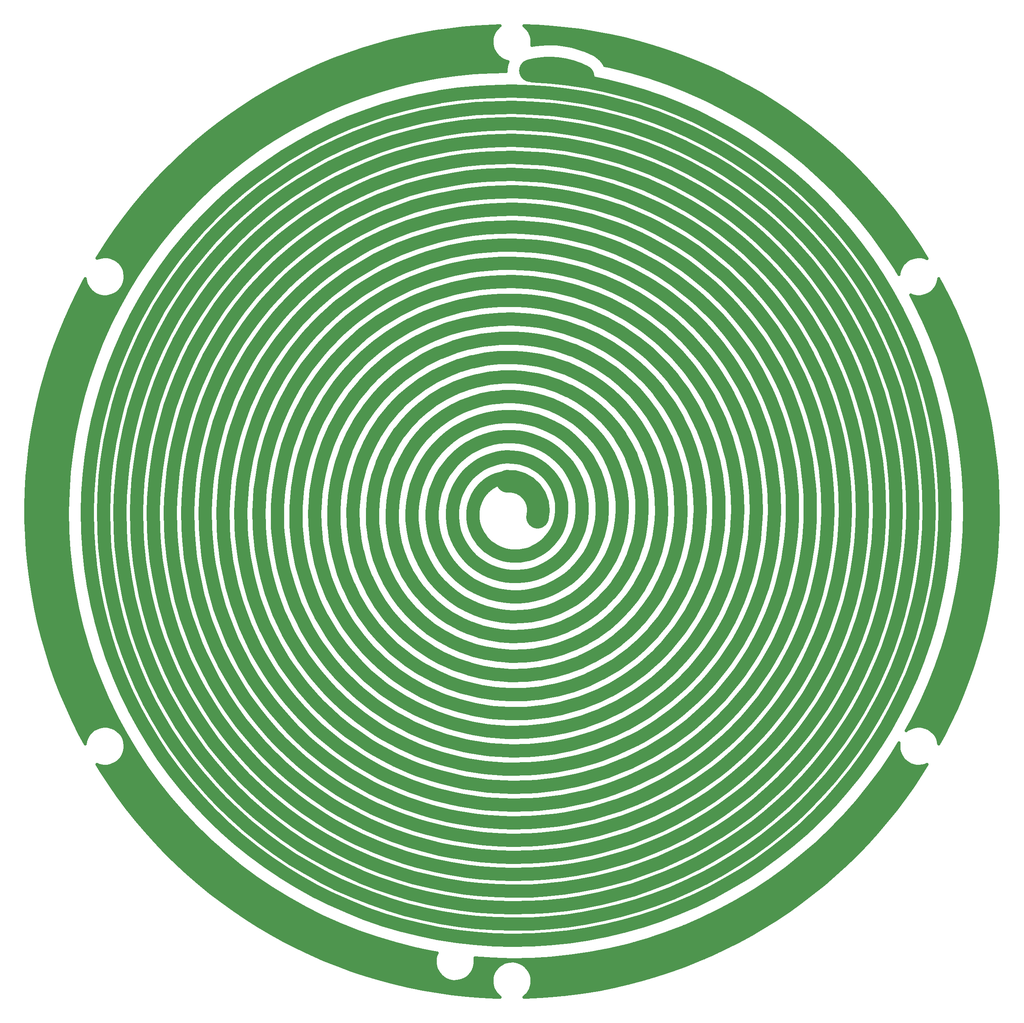
<source format=gbr>
G04 DipTrace 2.3.0.1*
%IN58744_REV1_Top.gbr*%
%MOIN*%
%ADD16C,0.025*%
%ADD17C,0.118*%
%ADD18C,0.2*%
%ADD24C,0.06*%
%FSLAX44Y44*%
G04*
G70*
G90*
G75*
G01*
%LNTop*%
%LPD*%
D24*
X49119Y86372D3*
X48619Y85622D3*
X49994Y86497D3*
X50994D3*
X51994Y86372D3*
X53744Y85747D3*
X52869Y86122D3*
X46619Y49622D3*
X47494D3*
X48244Y49247D3*
X48869Y48622D3*
X49119Y47872D3*
Y46997D3*
X49744Y46497D3*
X42676Y89778D2*
D16*
X45919D1*
X48570D2*
X51821D1*
X40777Y89530D2*
X45727D1*
X48762D2*
X53708D1*
X39320Y89281D2*
X45598D1*
X48890D2*
X55157D1*
X38101Y89032D2*
X45512D1*
X48976D2*
X56379D1*
X37039Y88784D2*
X45465D1*
X49023D2*
X57450D1*
X36078Y88535D2*
X45454D1*
X49035D2*
X58422D1*
X35187Y88286D2*
X45481D1*
X52054D2*
X59294D1*
X34379Y88038D2*
X45544D1*
X53082D2*
X60106D1*
X33621Y87789D2*
X45645D1*
X53781D2*
X60879D1*
X32890Y87540D2*
X45797D1*
X54332D2*
X61583D1*
X32226Y87292D2*
X46020D1*
X54769D2*
X62270D1*
X31570Y87043D2*
X46364D1*
X55054D2*
X62911D1*
X30961Y86794D2*
X46840D1*
X55262D2*
X63532D1*
X30363Y86546D2*
X46766D1*
X55414D2*
X64118D1*
X29804Y86297D2*
X46723D1*
X56414D2*
X64688D1*
X29246Y86048D2*
X46708D1*
X57414D2*
X65231D1*
X28734Y85799D2*
X43083D1*
X58289D2*
X65766D1*
X28219Y85551D2*
X41129D1*
X59129D2*
X66266D1*
X27730Y85302D2*
X39712D1*
X59867D2*
X66766D1*
X27254Y85053D2*
X38481D1*
X60590D2*
X67235D1*
X26785Y84805D2*
X37446D1*
X61269D2*
X67700D1*
X26344Y84556D2*
X36532D1*
X61898D2*
X68153D1*
X25898Y84307D2*
X35665D1*
X62531D2*
X68583D1*
X25476Y84059D2*
X34891D1*
X63090D2*
X69016D1*
X25062Y83810D2*
X34145D1*
X63648D2*
X69426D1*
X24652Y83561D2*
X33473D1*
X64203D2*
X69829D1*
X24265Y83313D2*
X32825D1*
X64703D2*
X70231D1*
X23879Y83064D2*
X32184D1*
X65203D2*
X70610D1*
X23496Y82815D2*
X31614D1*
X65699D2*
X70985D1*
X23137Y82567D2*
X31040D1*
X66148D2*
X71360D1*
X22773Y82318D2*
X30504D1*
X66597D2*
X71712D1*
X22418Y82069D2*
X29997D1*
X67047D2*
X72067D1*
X22078Y81820D2*
X29485D1*
X67476D2*
X72419D1*
X21738Y81572D2*
X28997D1*
X67879D2*
X72747D1*
X21402Y81323D2*
X28540D1*
X68285D2*
X73079D1*
X21086Y81074D2*
X28079D1*
X68691D2*
X73411D1*
X20765Y80826D2*
X27637D1*
X69062D2*
X73723D1*
X20449Y80577D2*
X27223D1*
X69429D2*
X74036D1*
X20148Y80328D2*
X26809D1*
X69801D2*
X74344D1*
X19847Y80080D2*
X26395D1*
X70168D2*
X74641D1*
X19551Y79831D2*
X26004D1*
X70508D2*
X74934D1*
X19262Y79582D2*
X25629D1*
X70844D2*
X75227D1*
X18980Y79334D2*
X25254D1*
X71179D2*
X75516D1*
X18699Y79085D2*
X24879D1*
X71515D2*
X75790D1*
X18418Y78836D2*
X24540D1*
X71828D2*
X76063D1*
X18152Y78588D2*
X24196D1*
X72137D2*
X76340D1*
X17890Y78339D2*
X23852D1*
X72441D2*
X76602D1*
X17625Y78090D2*
X23512D1*
X72750D2*
X76860D1*
X17367Y77841D2*
X23196D1*
X73051D2*
X77118D1*
X17121Y77593D2*
X22879D1*
X73332D2*
X77376D1*
X16871Y77344D2*
X22567D1*
X73613D2*
X77618D1*
X16621Y77095D2*
X22254D1*
X73894D2*
X77864D1*
X16383Y76847D2*
X21965D1*
X74176D2*
X78106D1*
X16148Y76598D2*
X21680D1*
X74437D2*
X78344D1*
X15914Y76349D2*
X21391D1*
X74695D2*
X78571D1*
X15683Y76101D2*
X21106D1*
X74953D2*
X78801D1*
X15461Y75852D2*
X20825D1*
X75207D2*
X79032D1*
X15242Y75603D2*
X20563D1*
X75465D2*
X79251D1*
X15019Y75355D2*
X20297D1*
X75711D2*
X79465D1*
X14801Y75106D2*
X20036D1*
X75945D2*
X79680D1*
X14594Y74857D2*
X19774D1*
X76179D2*
X79899D1*
X14387Y74609D2*
X19528D1*
X76418D2*
X80106D1*
X14179Y74360D2*
X19286D1*
X76652D2*
X80305D1*
X13972Y74111D2*
X19047D1*
X76871D2*
X80508D1*
X13777Y73862D2*
X18805D1*
X77090D2*
X80712D1*
X13586Y73614D2*
X18567D1*
X77304D2*
X80907D1*
X13390Y73365D2*
X18337D1*
X77519D2*
X81098D1*
X13195Y73116D2*
X18118D1*
X77734D2*
X81290D1*
X13012Y72868D2*
X17895D1*
X77945D2*
X81477D1*
X12828Y72619D2*
X17676D1*
X78144D2*
X81665D1*
X12644Y72370D2*
X17454D1*
X78344D2*
X81840D1*
X12465Y72122D2*
X17247D1*
X78539D2*
X82020D1*
X12289Y71873D2*
X17047D1*
X78738D2*
X82200D1*
X12117Y71624D2*
X16844D1*
X78933D2*
X82376D1*
X11945Y71376D2*
X16645D1*
X79117D2*
X82544D1*
X11773Y71127D2*
X16442D1*
X79297D2*
X82712D1*
X11609Y70878D2*
X16243D1*
X79476D2*
X82879D1*
X11449Y70630D2*
X16059D1*
X79656D2*
X83047D1*
X11289Y70381D2*
X15872D1*
X79836D2*
X83204D1*
X11125Y70132D2*
X15688D1*
X80015D2*
X83360D1*
X10969Y69883D2*
X15504D1*
X80179D2*
X83516D1*
X10816Y69635D2*
X11012D1*
X11875D2*
X15321D1*
X80344D2*
X82614D1*
X83476D2*
X83672D1*
X12449Y69386D2*
X15153D1*
X80508D2*
X82040D1*
X12746Y69137D2*
X14985D1*
X80676D2*
X81743D1*
X12941Y68889D2*
X14817D1*
X80840D2*
X81547D1*
X13078Y68640D2*
X14649D1*
X80996D2*
X81411D1*
X13168Y68391D2*
X14481D1*
X81144D2*
X81321D1*
X13219Y68143D2*
X14313D1*
X13234Y67894D2*
X14157D1*
X13215Y67645D2*
X14004D1*
X9535Y67397D2*
X9731D1*
X13156D2*
X13852D1*
X84758D2*
X84958D1*
X9402Y67148D2*
X9833D1*
X13058D2*
X13700D1*
X84656D2*
X85090D1*
X9273Y66899D2*
X9977D1*
X12910D2*
X13547D1*
X84512D2*
X85215D1*
X9144Y66651D2*
X10192D1*
X12699D2*
X13399D1*
X84297D2*
X85344D1*
X9015Y66402D2*
X10516D1*
X12375D2*
X13262D1*
X83972D2*
X85469D1*
X8894Y66153D2*
X11360D1*
X11529D2*
X13126D1*
X82426D2*
X82962D1*
X83129D2*
X85594D1*
X8777Y65904D2*
X12985D1*
X82562D2*
X85715D1*
X8656Y65656D2*
X12848D1*
X82691D2*
X85833D1*
X8535Y65407D2*
X12712D1*
X82812D2*
X85950D1*
X8422Y65158D2*
X12575D1*
X82933D2*
X86067D1*
X8308Y64910D2*
X12450D1*
X83054D2*
X86184D1*
X8195Y64661D2*
X12325D1*
X83176D2*
X86294D1*
X8086Y64412D2*
X12200D1*
X83297D2*
X86403D1*
X7972Y64164D2*
X12079D1*
X83418D2*
X86508D1*
X7871Y63915D2*
X11954D1*
X83531D2*
X86618D1*
X7769Y63666D2*
X11833D1*
X83637D2*
X86723D1*
X7668Y63418D2*
X11723D1*
X83746D2*
X86825D1*
X7562Y63169D2*
X11610D1*
X83855D2*
X86922D1*
X7461Y62920D2*
X11501D1*
X83961D2*
X87024D1*
X7367Y62672D2*
X11391D1*
X84070D2*
X87122D1*
X7273Y62423D2*
X11278D1*
X84168D2*
X87219D1*
X7179Y62174D2*
X11169D1*
X84265D2*
X87309D1*
X7086Y61925D2*
X11067D1*
X84359D2*
X87399D1*
X6996Y61677D2*
X10969D1*
X84457D2*
X87489D1*
X6910Y61428D2*
X10872D1*
X84551D2*
X87579D1*
X6824Y61179D2*
X10774D1*
X84644D2*
X87669D1*
X6738Y60931D2*
X10672D1*
X84742D2*
X87751D1*
X6652Y60682D2*
X10575D1*
X84828D2*
X87833D1*
X6570Y60433D2*
X10485D1*
X84910D2*
X87915D1*
X6496Y60185D2*
X10399D1*
X84992D2*
X87997D1*
X6418Y59936D2*
X10317D1*
X85074D2*
X88075D1*
X6340Y59687D2*
X10231D1*
X85160D2*
X88149D1*
X6262Y59439D2*
X10145D1*
X85242D2*
X88223D1*
X6187Y59190D2*
X10059D1*
X85320D2*
X88297D1*
X6121Y58941D2*
X9973D1*
X85390D2*
X88372D1*
X6051Y58693D2*
X9895D1*
X85461D2*
X88442D1*
X5984Y58444D2*
X9821D1*
X85531D2*
X88504D1*
X5914Y58195D2*
X9751D1*
X85605D2*
X88571D1*
X5847Y57946D2*
X9676D1*
X85676D2*
X88637D1*
X5789Y57698D2*
X9602D1*
X85746D2*
X88704D1*
X5726Y57449D2*
X9528D1*
X85812D2*
X88766D1*
X5664Y57200D2*
X9462D1*
X85871D2*
X88825D1*
X5605Y56952D2*
X9399D1*
X85933D2*
X88879D1*
X5547Y56703D2*
X9337D1*
X85992D2*
X88938D1*
X5492Y56454D2*
X9274D1*
X86051D2*
X88997D1*
X5441Y56206D2*
X9212D1*
X86109D2*
X89051D1*
X5387Y55957D2*
X9153D1*
X86172D2*
X89102D1*
X5336Y55708D2*
X9090D1*
X86219D2*
X89153D1*
X5285Y55460D2*
X9036D1*
X86265D2*
X89200D1*
X5238Y55211D2*
X8985D1*
X86316D2*
X89251D1*
X5195Y54962D2*
X8934D1*
X86363D2*
X89297D1*
X5148Y54714D2*
X8883D1*
X86410D2*
X89340D1*
X5105Y54465D2*
X8833D1*
X86461D2*
X89383D1*
X5058Y54216D2*
X8782D1*
X86508D2*
X89426D1*
X5023Y53967D2*
X8735D1*
X86547D2*
X89465D1*
X4984Y53719D2*
X8692D1*
X86586D2*
X89508D1*
X4949Y53470D2*
X8653D1*
X86621D2*
X89544D1*
X4910Y53221D2*
X8614D1*
X86660D2*
X89579D1*
X4875Y52973D2*
X8575D1*
X86695D2*
X89610D1*
X4844Y52724D2*
X8536D1*
X86734D2*
X89645D1*
X4812Y52475D2*
X8497D1*
X86769D2*
X89680D1*
X4781Y52227D2*
X8458D1*
X86793D2*
X89708D1*
X4754Y51978D2*
X8430D1*
X86820D2*
X89735D1*
X4722Y51729D2*
X8403D1*
X86847D2*
X89762D1*
X4699Y51481D2*
X8372D1*
X86871D2*
X89786D1*
X4676Y51232D2*
X8344D1*
X86898D2*
X89813D1*
X4656Y50983D2*
X8317D1*
X86926D2*
X89837D1*
X4633Y50735D2*
X8286D1*
X86949D2*
X89856D1*
X4613Y50486D2*
X8266D1*
X86965D2*
X89876D1*
X4594Y50237D2*
X8251D1*
X86980D2*
X89891D1*
X4578Y49988D2*
X8231D1*
X86996D2*
X89911D1*
X4566Y49740D2*
X8215D1*
X87012D2*
X89926D1*
X4551Y49491D2*
X8196D1*
X87027D2*
X89938D1*
X4535Y49242D2*
X8180D1*
X87043D2*
X89950D1*
X4523Y48994D2*
X8161D1*
X87054D2*
X89962D1*
X4515Y48745D2*
X8149D1*
X87058D2*
X89973D1*
X4512Y48496D2*
X8145D1*
X87062D2*
X89981D1*
X4504Y48248D2*
X8137D1*
X87066D2*
X89985D1*
X4496Y47999D2*
X8129D1*
X87070D2*
X89989D1*
X4492Y47750D2*
X8122D1*
X87074D2*
X89993D1*
X4492Y47502D2*
X8118D1*
X87078D2*
X89997D1*
X4492Y47253D2*
X8110D1*
X87082D2*
X90001D1*
X4492Y47004D2*
X8114D1*
X87078D2*
X90001D1*
X4492Y46756D2*
X8118D1*
X87070D2*
X89997D1*
X4496Y46507D2*
X8122D1*
X87066D2*
X89993D1*
X4500Y46258D2*
X8126D1*
X87058D2*
X89989D1*
X4508Y46009D2*
X8133D1*
X87051D2*
X89981D1*
X4519Y45761D2*
X8137D1*
X87043D2*
X89969D1*
X4527Y45512D2*
X8141D1*
X87035D2*
X89962D1*
X4535Y45263D2*
X8153D1*
X87015D2*
X89954D1*
X4547Y45015D2*
X8169D1*
X87000D2*
X89942D1*
X4562Y44766D2*
X8184D1*
X86980D2*
X89926D1*
X4578Y44517D2*
X8200D1*
X86965D2*
X89911D1*
X4594Y44269D2*
X8212D1*
X86949D2*
X89891D1*
X4613Y44020D2*
X8227D1*
X86929D2*
X89876D1*
X4629Y43771D2*
X8247D1*
X86910D2*
X89860D1*
X4652Y43523D2*
X8274D1*
X86883D2*
X89837D1*
X4676Y43274D2*
X8297D1*
X86855D2*
X89813D1*
X4699Y43025D2*
X8325D1*
X86828D2*
X89786D1*
X4726Y42777D2*
X8352D1*
X86797D2*
X89762D1*
X4750Y42528D2*
X8376D1*
X86769D2*
X89739D1*
X4781Y42279D2*
X8403D1*
X86742D2*
X89712D1*
X4812Y42030D2*
X8430D1*
X86707D2*
X89676D1*
X4844Y41782D2*
X8465D1*
X86668D2*
X89645D1*
X4875Y41533D2*
X8504D1*
X86629D2*
X89614D1*
X4906Y41284D2*
X8540D1*
X86590D2*
X89583D1*
X4945Y41036D2*
X8579D1*
X86551D2*
X89547D1*
X4984Y40787D2*
X8614D1*
X86512D2*
X89508D1*
X5023Y40538D2*
X8653D1*
X86472D2*
X89465D1*
X5062Y40290D2*
X8696D1*
X86429D2*
X89426D1*
X5101Y40041D2*
X8747D1*
X86379D2*
X89387D1*
X5144Y39792D2*
X8794D1*
X86328D2*
X89348D1*
X5191Y39544D2*
X8840D1*
X86277D2*
X89297D1*
X5238Y39295D2*
X8891D1*
X86226D2*
X89251D1*
X5285Y39046D2*
X8938D1*
X86176D2*
X89204D1*
X5332Y38798D2*
X8985D1*
X86125D2*
X89157D1*
X5383Y38549D2*
X9040D1*
X86066D2*
X89106D1*
X5437Y38300D2*
X9102D1*
X86004D2*
X89051D1*
X5492Y38051D2*
X9161D1*
X85945D2*
X88997D1*
X5547Y37803D2*
X9219D1*
X85883D2*
X88942D1*
X5601Y37554D2*
X9278D1*
X85820D2*
X88887D1*
X5660Y37305D2*
X9340D1*
X85758D2*
X88829D1*
X5722Y37057D2*
X9403D1*
X85695D2*
X88766D1*
X5785Y36808D2*
X9473D1*
X85625D2*
X88704D1*
X5847Y36559D2*
X9544D1*
X85551D2*
X88641D1*
X5910Y36311D2*
X9614D1*
X85480D2*
X88575D1*
X5976Y36062D2*
X9688D1*
X85406D2*
X88512D1*
X6047Y35813D2*
X9758D1*
X85332D2*
X88442D1*
X6117Y35565D2*
X9829D1*
X85258D2*
X88372D1*
X6187Y35316D2*
X9903D1*
X85179D2*
X88297D1*
X6262Y35067D2*
X9985D1*
X85094D2*
X88227D1*
X6332Y34819D2*
X10071D1*
X85012D2*
X88157D1*
X6414Y34570D2*
X10153D1*
X84926D2*
X88079D1*
X6492Y34321D2*
X10235D1*
X84840D2*
X87997D1*
X6570Y34072D2*
X10317D1*
X84754D2*
X87919D1*
X6648Y33824D2*
X10403D1*
X84668D2*
X87837D1*
X6730Y33575D2*
X10497D1*
X84578D2*
X87758D1*
X6820Y33326D2*
X10594D1*
X84480D2*
X87669D1*
X6906Y33078D2*
X10688D1*
X84383D2*
X87583D1*
X6996Y32829D2*
X10786D1*
X84281D2*
X87493D1*
X7082Y32580D2*
X10879D1*
X84183D2*
X87407D1*
X7172Y32332D2*
X10977D1*
X84086D2*
X87317D1*
X7269Y32083D2*
X11075D1*
X83988D2*
X87219D1*
X7367Y31834D2*
X11184D1*
X83875D2*
X87122D1*
X7461Y31586D2*
X11290D1*
X83765D2*
X87028D1*
X7558Y31337D2*
X11399D1*
X83656D2*
X86930D1*
X7660Y31088D2*
X11508D1*
X83543D2*
X86833D1*
X7762Y30840D2*
X11614D1*
X83433D2*
X86727D1*
X7867Y30591D2*
X11727D1*
X83320D2*
X86622D1*
X7972Y30342D2*
X11848D1*
X83207D2*
X86516D1*
X8078Y30093D2*
X11969D1*
X83082D2*
X86411D1*
X8191Y29845D2*
X12090D1*
X82957D2*
X86301D1*
X8304Y29596D2*
X12212D1*
X82832D2*
X86188D1*
X8418Y29347D2*
X12333D1*
X82707D2*
X86071D1*
X8531Y29099D2*
X12454D1*
X82586D2*
X85958D1*
X8644Y28850D2*
X12587D1*
X82453D2*
X85840D1*
X8769Y28601D2*
X12723D1*
X82316D2*
X85723D1*
X8890Y28353D2*
X12856D1*
X82176D2*
X85598D1*
X9015Y28104D2*
X10536D1*
X12355D2*
X12993D1*
X82039D2*
X82137D1*
X83953D2*
X85473D1*
X9137Y27855D2*
X10204D1*
X12687D2*
X13129D1*
X84285D2*
X85348D1*
X9262Y27607D2*
X9985D1*
X12902D2*
X13266D1*
X84504D2*
X85227D1*
X9394Y27358D2*
X9837D1*
X13051D2*
X13415D1*
X84652D2*
X85094D1*
X9527Y27109D2*
X9735D1*
X13152D2*
X13563D1*
X84754D2*
X84962D1*
X13211Y26861D2*
X13712D1*
X13234Y26612D2*
X13860D1*
X81164D2*
X81255D1*
X13222Y26363D2*
X14012D1*
X81012D2*
X81266D1*
X13172Y26114D2*
X14161D1*
X80859D2*
X81317D1*
X13086Y25866D2*
X14325D1*
X80699D2*
X81403D1*
X12949Y25617D2*
X14489D1*
X80531D2*
X81540D1*
X12754Y25368D2*
X14653D1*
X80363D2*
X81735D1*
X12465Y25120D2*
X14817D1*
X80195D2*
X82024D1*
X10812Y24871D2*
X10969D1*
X11922D2*
X14981D1*
X80027D2*
X82567D1*
X83519D2*
X83680D1*
X10965Y24622D2*
X15153D1*
X79859D2*
X83524D1*
X11117Y24374D2*
X15333D1*
X79687D2*
X83372D1*
X11277Y24125D2*
X15516D1*
X79500D2*
X83215D1*
X11441Y23876D2*
X15696D1*
X79316D2*
X83047D1*
X11605Y23628D2*
X15876D1*
X79133D2*
X82883D1*
X11765Y23379D2*
X16055D1*
X78949D2*
X82719D1*
X11933Y23130D2*
X16247D1*
X78762D2*
X82555D1*
X12109Y22882D2*
X16446D1*
X78562D2*
X82379D1*
X12285Y22633D2*
X16641D1*
X78359D2*
X82204D1*
X12457Y22384D2*
X16840D1*
X78160D2*
X82028D1*
X12633Y22135D2*
X17040D1*
X77957D2*
X81852D1*
X12820Y21887D2*
X17247D1*
X77754D2*
X81672D1*
X13004Y21638D2*
X17462D1*
X77547D2*
X81485D1*
X13191Y21389D2*
X17676D1*
X77324D2*
X81297D1*
X13375Y21141D2*
X17891D1*
X77105D2*
X81110D1*
X13574Y20892D2*
X18110D1*
X76883D2*
X80919D1*
X13769Y20643D2*
X18325D1*
X76664D2*
X80719D1*
X13969Y20395D2*
X18563D1*
X76433D2*
X80520D1*
X14168Y20146D2*
X18797D1*
X76195D2*
X80321D1*
X14375Y19897D2*
X19032D1*
X75953D2*
X80114D1*
X14586Y19649D2*
X19270D1*
X75715D2*
X79903D1*
X14797Y19400D2*
X19512D1*
X75472D2*
X79692D1*
X15008Y19151D2*
X19770D1*
X75226D2*
X79477D1*
X15230Y18903D2*
X20024D1*
X74965D2*
X79262D1*
X15453Y18654D2*
X20282D1*
X74703D2*
X79036D1*
X15676Y18405D2*
X20540D1*
X74441D2*
X78809D1*
X15902Y18156D2*
X20805D1*
X74179D2*
X78587D1*
X16137Y17908D2*
X21083D1*
X73898D2*
X78352D1*
X16375Y17659D2*
X21364D1*
X73613D2*
X78114D1*
X16613Y17410D2*
X21645D1*
X73324D2*
X77876D1*
X16855Y17162D2*
X21926D1*
X73039D2*
X77633D1*
X17105Y16913D2*
X22231D1*
X72754D2*
X77383D1*
X17359Y16664D2*
X22540D1*
X72441D2*
X77129D1*
X17613Y16416D2*
X22844D1*
X72129D2*
X76876D1*
X17875Y16167D2*
X23153D1*
X71816D2*
X76618D1*
X18140Y15918D2*
X23469D1*
X71504D2*
X76348D1*
X18410Y15670D2*
X23805D1*
X71168D2*
X76079D1*
X18679Y15421D2*
X24141D1*
X70824D2*
X75805D1*
X18965Y15172D2*
X24477D1*
X70480D2*
X75528D1*
X19250Y14924D2*
X24829D1*
X70140D2*
X75239D1*
X19535Y14675D2*
X25196D1*
X69777D2*
X74950D1*
X19832Y14426D2*
X25563D1*
X69402D2*
X74661D1*
X20137Y14177D2*
X25934D1*
X69027D2*
X74356D1*
X20437Y13929D2*
X26317D1*
X68652D2*
X74047D1*
X20746Y13680D2*
X26723D1*
X68242D2*
X73743D1*
X21070Y13431D2*
X27126D1*
X67828D2*
X73419D1*
X21394Y13183D2*
X27532D1*
X67414D2*
X73094D1*
X21719Y12934D2*
X27981D1*
X66992D2*
X72766D1*
X22062Y12685D2*
X28430D1*
X66535D2*
X72430D1*
X22406Y12437D2*
X28876D1*
X66074D2*
X72083D1*
X22750Y12188D2*
X29348D1*
X65617D2*
X71735D1*
X23117Y11939D2*
X29844D1*
X65105D2*
X71372D1*
X23484Y11691D2*
X30344D1*
X64597D2*
X71001D1*
X23855Y11442D2*
X30876D1*
X64086D2*
X70633D1*
X24246Y11193D2*
X31434D1*
X63527D2*
X70243D1*
X24640Y10945D2*
X31989D1*
X62953D2*
X69848D1*
X25039Y10696D2*
X32590D1*
X62367D2*
X69450D1*
X25461Y10447D2*
X33219D1*
X61719D2*
X69028D1*
X25883Y10198D2*
X33868D1*
X61070D2*
X68606D1*
X26320Y9950D2*
X34587D1*
X60371D2*
X68172D1*
X26769Y9701D2*
X35309D1*
X59625D2*
X67719D1*
X27222Y9452D2*
X36126D1*
X58820D2*
X67262D1*
X27711Y9204D2*
X36962D1*
X57953D2*
X66782D1*
X28195Y8955D2*
X37950D1*
X57008D2*
X66290D1*
X28707Y8706D2*
X38985D1*
X55969D2*
X65786D1*
X29230Y8458D2*
X40204D1*
X54703D2*
X65254D1*
X29773Y8209D2*
X40555D1*
X53211D2*
X64719D1*
X30344Y7960D2*
X40489D1*
X51133D2*
X64145D1*
X30929Y7712D2*
X40458D1*
X44031D2*
X63563D1*
X31547Y7463D2*
X40462D1*
X44027D2*
X46387D1*
X48101D2*
X62938D1*
X32191Y7214D2*
X40501D1*
X43988D2*
X46032D1*
X48457D2*
X62305D1*
X32867Y6965D2*
X40583D1*
X43906D2*
X45805D1*
X48683D2*
X61618D1*
X33586Y6717D2*
X40704D1*
X43785D2*
X45653D1*
X48836D2*
X60907D1*
X34336Y6468D2*
X40883D1*
X43605D2*
X45547D1*
X48941D2*
X60149D1*
X35160Y6219D2*
X41149D1*
X43340D2*
X45481D1*
X49008D2*
X59329D1*
X36035Y5971D2*
X41598D1*
X42890D2*
X45454D1*
X49035D2*
X58458D1*
X36980Y5722D2*
X45465D1*
X49023D2*
X57508D1*
X38043Y5473D2*
X45508D1*
X48980D2*
X56438D1*
X39254Y5225D2*
X45590D1*
X48898D2*
X55227D1*
X40679Y4976D2*
X45719D1*
X48769D2*
X53797D1*
X42582Y4727D2*
X45907D1*
X48582D2*
X51911D1*
X49005Y88462D2*
X48980Y88273D1*
X49379Y88338D1*
X49824Y88387D1*
X50295Y88413D1*
X50699Y88416D1*
X51146Y88396D1*
X51615Y88349D1*
X52015Y88289D1*
X52453Y88200D1*
X52910Y88081D1*
X53296Y87960D1*
X53715Y87805D1*
X54148Y87617D1*
X54452Y87468D1*
X54668Y87343D1*
X54868Y87194D1*
X55050Y87022D1*
X55210Y86830D1*
X55347Y86621D1*
X55400Y86521D1*
X55912Y86416D1*
X57669Y85976D1*
X59268Y85500D1*
X60999Y84902D1*
X62554Y84286D1*
X64220Y83542D1*
X65713Y82795D1*
X67309Y81907D1*
X68730Y81033D1*
X70242Y80011D1*
X71581Y79017D1*
X72997Y77867D1*
X74244Y76761D1*
X75554Y75492D1*
X76698Y74282D1*
X77893Y72904D1*
X78927Y71601D1*
X79996Y70124D1*
X80912Y68737D1*
X81288Y68110D1*
X81338Y68367D1*
X81418Y68604D1*
X81531Y68826D1*
X81675Y69031D1*
X81846Y69213D1*
X82041Y69369D1*
X82256Y69496D1*
X82487Y69592D1*
X82729Y69654D1*
X82977Y69681D1*
X83227Y69673D1*
X83473Y69629D1*
X83710Y69552D1*
X83771Y69525D1*
X83089Y70606D1*
X82363Y71681D1*
X81606Y72734D1*
X80816Y73766D1*
X79995Y74774D1*
X79143Y75756D1*
X78262Y76713D1*
X77352Y77641D1*
X76415Y78542D1*
X75450Y79414D1*
X74460Y80257D1*
X73444Y81068D1*
X72404Y81849D1*
X71341Y82597D1*
X70256Y83313D1*
X69150Y83996D1*
X68023Y84644D1*
X66877Y85259D1*
X65713Y85838D1*
X64532Y86381D1*
X63334Y86888D1*
X62122Y87359D1*
X60897Y87792D1*
X59658Y88188D1*
X58409Y88547D1*
X57148Y88867D1*
X55879Y89149D1*
X54602Y89392D1*
X53318Y89596D1*
X52028Y89761D1*
X50734Y89887D1*
X49437Y89973D1*
X48285Y90014D1*
X48436Y89889D1*
X48608Y89708D1*
X48752Y89505D1*
X48867Y89283D1*
X48948Y89047D1*
X48996Y88801D1*
X49009Y88587D1*
X49005Y88462D1*
X46890Y86858D2*
X46653Y86924D1*
X46425Y87024D1*
X46212Y87155D1*
X46020Y87315D1*
X45853Y87501D1*
X45714Y87708D1*
X45605Y87933D1*
X45529Y88171D1*
X45488Y88417D1*
X45481Y88667D1*
X45510Y88915D1*
X45574Y89157D1*
X45671Y89387D1*
X45800Y89601D1*
X45957Y89795D1*
X46141Y89964D1*
X46206Y90013D1*
X45538Y89995D1*
X44239Y89923D1*
X42944Y89812D1*
X41653Y89662D1*
X40366Y89473D1*
X39086Y89244D1*
X37814Y88977D1*
X36550Y88671D1*
X35297Y88327D1*
X34054Y87945D1*
X32823Y87525D1*
X31606Y87069D1*
X30403Y86575D1*
X29216Y86045D1*
X28045Y85479D1*
X26892Y84878D1*
X25758Y84242D1*
X24644Y83573D1*
X23551Y82869D1*
X22479Y82133D1*
X21431Y81364D1*
X20406Y80564D1*
X19406Y79733D1*
X18432Y78872D1*
X17484Y77982D1*
X16564Y77063D1*
X15672Y76117D1*
X14809Y75145D1*
X13976Y74146D1*
X13174Y73123D1*
X12404Y72075D1*
X11665Y71005D1*
X10960Y69913D1*
X10728Y69529D1*
X10887Y69592D1*
X11129Y69654D1*
X11377Y69681D1*
X11627Y69673D1*
X11873Y69629D1*
X12110Y69552D1*
X12334Y69441D1*
X12540Y69300D1*
X12725Y69132D1*
X12883Y68939D1*
X13013Y68726D1*
X13112Y68496D1*
X13177Y68255D1*
X13207Y68007D1*
X13205Y67792D1*
X13170Y67545D1*
X13100Y67305D1*
X12997Y67077D1*
X12863Y66867D1*
X12700Y66677D1*
X12513Y66512D1*
X12304Y66375D1*
X12077Y66270D1*
X11838Y66197D1*
X11592Y66158D1*
X11342Y66155D1*
X11094Y66187D1*
X10853Y66254D1*
X10625Y66354D1*
X10412Y66485D1*
X10220Y66645D1*
X10053Y66831D1*
X9914Y67038D1*
X9805Y67263D1*
X9729Y67501D1*
X9689Y67736D1*
X9534Y67446D1*
X9047Y66515D1*
X8479Y65346D1*
X7947Y64160D1*
X7451Y62958D1*
X6992Y61741D1*
X6570Y60511D1*
X6186Y59269D1*
X5840Y58016D1*
X5532Y56753D1*
X5262Y55481D1*
X5031Y54202D1*
X4840Y52916D1*
X4687Y51625D1*
X4573Y50329D1*
X4499Y49031D1*
X4465Y47732D1*
X4470Y46431D1*
X4515Y45132D1*
X4599Y43835D1*
X4722Y42540D1*
X4885Y41250D1*
X5086Y39966D1*
X5327Y38688D1*
X5607Y37419D1*
X5924Y36158D1*
X6280Y34907D1*
X6674Y33668D1*
X7106Y32442D1*
X7574Y31229D1*
X8079Y30031D1*
X8620Y28849D1*
X9197Y27684D1*
X9688Y26763D1*
X9738Y27027D1*
X9818Y27264D1*
X9931Y27486D1*
X10075Y27691D1*
X10246Y27873D1*
X10441Y28029D1*
X10656Y28156D1*
X10887Y28252D1*
X11129Y28314D1*
X11377Y28341D1*
X11627Y28333D1*
X11873Y28289D1*
X12110Y28212D1*
X12334Y28101D1*
X12540Y27960D1*
X12725Y27792D1*
X12883Y27599D1*
X13013Y27386D1*
X13112Y27156D1*
X13177Y26915D1*
X13207Y26667D1*
X13205Y26452D1*
X13170Y26205D1*
X13100Y25965D1*
X12997Y25737D1*
X12863Y25527D1*
X12700Y25337D1*
X12513Y25172D1*
X12304Y25035D1*
X12077Y24930D1*
X11838Y24857D1*
X11592Y24818D1*
X11342Y24815D1*
X11094Y24847D1*
X10853Y24914D1*
X10727Y24965D1*
X11137Y24301D1*
X11850Y23214D1*
X12597Y22150D1*
X13376Y21109D1*
X14186Y20091D1*
X15026Y19099D1*
X15896Y18133D1*
X16795Y17194D1*
X17723Y16283D1*
X18677Y15400D1*
X19658Y14547D1*
X20665Y13724D1*
X21695Y12931D1*
X22750Y12171D1*
X23827Y11443D1*
X24926Y10748D1*
X26045Y10086D1*
X27184Y9459D1*
X28342Y8867D1*
X29517Y8311D1*
X30708Y7790D1*
X31915Y7306D1*
X33135Y6858D1*
X34369Y6448D1*
X35615Y6076D1*
X36871Y5742D1*
X38137Y5446D1*
X39412Y5188D1*
X40693Y4970D1*
X41981Y4790D1*
X43274Y4650D1*
X44570Y4549D1*
X45869Y4487D1*
X46201Y4482D1*
X46020Y4635D1*
X45853Y4821D1*
X45714Y5028D1*
X45605Y5253D1*
X45529Y5491D1*
X45488Y5737D1*
X45481Y5987D1*
X45510Y6235D1*
X45574Y6477D1*
X45671Y6707D1*
X45800Y6921D1*
X45957Y7115D1*
X46141Y7284D1*
X46346Y7426D1*
X46570Y7538D1*
X46807Y7617D1*
X47052Y7662D1*
X47302Y7671D1*
X47550Y7645D1*
X47793Y7585D1*
X48024Y7491D1*
X48240Y7365D1*
X48436Y7209D1*
X48608Y7028D1*
X48752Y6825D1*
X48867Y6603D1*
X48948Y6367D1*
X48996Y6121D1*
X49009Y5907D1*
X48992Y5658D1*
X48939Y5414D1*
X48852Y5179D1*
X48734Y4960D1*
X48585Y4759D1*
X48409Y4581D1*
X48284Y4482D1*
X48469D1*
X49768Y4539D1*
X51064Y4636D1*
X52357Y4772D1*
X53646Y4947D1*
X54928Y5161D1*
X56203Y5414D1*
X57470Y5705D1*
X58728Y6035D1*
X59975Y6403D1*
X61210Y6809D1*
X62433Y7252D1*
X63641Y7732D1*
X64834Y8248D1*
X66011Y8801D1*
X67171Y9389D1*
X68312Y10012D1*
X69433Y10669D1*
X70535Y11360D1*
X71614Y12084D1*
X72672Y12841D1*
X73705Y13630D1*
X74715Y14449D1*
X75699Y15299D1*
X76656Y16179D1*
X77587Y17087D1*
X78489Y18023D1*
X79363Y18986D1*
X80207Y19975D1*
X81020Y20989D1*
X81803Y22027D1*
X82553Y23089D1*
X83271Y24173D1*
X83762Y24967D1*
X83559Y24889D1*
X83316Y24833D1*
X83067Y24812D1*
X82817Y24827D1*
X82573Y24876D1*
X82337Y24960D1*
X82116Y25076D1*
X81913Y25222D1*
X81733Y25395D1*
X81580Y25592D1*
X81455Y25809D1*
X81363Y26041D1*
X81304Y26284D1*
X81280Y26532D1*
X81291Y26782D1*
X81307Y26886D1*
X80737Y25957D1*
X79719Y24452D1*
X78739Y23131D1*
X77594Y21721D1*
X76503Y20492D1*
X75240Y19187D1*
X74047Y18058D1*
X72675Y16869D1*
X71389Y15849D1*
X69919Y14784D1*
X68551Y13881D1*
X66994Y12948D1*
X65553Y12168D1*
X63921Y11375D1*
X62419Y10724D1*
X60724Y10077D1*
X59172Y9560D1*
X57428Y9062D1*
X55838Y8683D1*
X54058Y8339D1*
X52442Y8100D1*
X50640Y7913D1*
X49010Y7815D1*
X47199Y7786D1*
X45568Y7831D1*
X43982Y7943D1*
X44007Y7712D1*
X44005Y7497D1*
X43970Y7250D1*
X43900Y7010D1*
X43797Y6782D1*
X43663Y6572D1*
X43500Y6382D1*
X43313Y6217D1*
X43104Y6080D1*
X42877Y5975D1*
X42638Y5902D1*
X42392Y5863D1*
X42142Y5860D1*
X41894Y5892D1*
X41653Y5959D1*
X41425Y6059D1*
X41212Y6190D1*
X41020Y6350D1*
X40853Y6536D1*
X40714Y6743D1*
X40605Y6968D1*
X40529Y7206D1*
X40488Y7452D1*
X40481Y7702D1*
X40510Y7950D1*
X40574Y8192D1*
X40653Y8383D1*
X40231Y8457D1*
X38758Y8759D1*
X37002Y9199D1*
X35443Y9664D1*
X33732Y10255D1*
X32220Y10853D1*
X30567Y11592D1*
X29114Y12318D1*
X27533Y13198D1*
X26150Y14048D1*
X24652Y15061D1*
X23349Y16028D1*
X21945Y17168D1*
X20733Y18244D1*
X19434Y19501D1*
X18320Y20677D1*
X17136Y22043D1*
X16130Y23311D1*
X15070Y24774D1*
X14179Y26124D1*
X13251Y27674D1*
X12482Y29095D1*
X11692Y30719D1*
X11050Y32201D1*
X10405Y33888D1*
X9896Y35418D1*
X9400Y37154D1*
X9026Y38722D1*
X8684Y40494D1*
X8448Y42088D1*
X8261Y43882D1*
X8165Y45489D1*
X8136Y47293D1*
X8180Y48901D1*
X8309Y50699D1*
X8493Y52296D1*
X8777Y54076D1*
X9099Y55650D1*
X9537Y57398D1*
X9995Y58936D1*
X10584Y60639D1*
X11174Y62130D1*
X11908Y63775D1*
X12625Y65208D1*
X13500Y66782D1*
X14339Y68146D1*
X15347Y69637D1*
X16301Y70922D1*
X17435Y72320D1*
X18496Y73515D1*
X19748Y74808D1*
X20908Y75906D1*
X22267Y77085D1*
X23517Y78077D1*
X24974Y79132D1*
X26304Y80010D1*
X27847Y80935D1*
X29250Y81694D1*
X30866Y82480D1*
X32322Y83111D1*
X34005Y83755D1*
X35530Y84262D1*
X37242Y84750D1*
X38724Y85104D1*
X40622Y85472D1*
X42323Y85721D1*
X43919Y85879D1*
X45440Y85958D1*
X46735Y85993D1*
X46737Y86173D1*
X46765Y86421D1*
X46822Y86665D1*
X46891Y86860D1*
X84799Y67734D2*
X84770Y67545D1*
X84700Y67305D1*
X84597Y67077D1*
X84463Y66867D1*
X84300Y66677D1*
X84113Y66512D1*
X83904Y66375D1*
X83677Y66270D1*
X83438Y66197D1*
X83192Y66158D1*
X82942Y66155D1*
X82694Y66187D1*
X82453Y66254D1*
X82320Y66308D1*
X82639Y65712D1*
X83436Y64073D1*
X84096Y62550D1*
X84746Y60848D1*
X85270Y59274D1*
X85770Y57522D1*
X86155Y55910D1*
X86500Y54122D1*
X86742Y52484D1*
X86930Y50673D1*
X87029Y49021D1*
X87058Y47201D1*
X87012Y45548D1*
X86883Y43733D1*
X86694Y42092D1*
X86407Y40295D1*
X86075Y38678D1*
X85633Y36913D1*
X85162Y35332D1*
X84568Y33614D1*
X83961Y32081D1*
X83220Y30421D1*
X82482Y28948D1*
X81923Y27940D1*
X82041Y28029D1*
X82256Y28156D1*
X82487Y28252D1*
X82729Y28314D1*
X82977Y28341D1*
X83227Y28333D1*
X83473Y28289D1*
X83710Y28212D1*
X83934Y28101D1*
X84140Y27960D1*
X84325Y27792D1*
X84483Y27599D1*
X84613Y27386D1*
X84712Y27156D1*
X84777Y26915D1*
X84799Y26764D1*
X85222Y27549D1*
X85803Y28712D1*
X86348Y29892D1*
X86858Y31089D1*
X87330Y32300D1*
X87766Y33525D1*
X88164Y34763D1*
X88525Y36012D1*
X88847Y37271D1*
X89131Y38540D1*
X89376Y39817D1*
X89583Y41101D1*
X89750Y42390D1*
X89878Y43684D1*
X89966Y44981D1*
X90015Y46281D1*
X90026Y47244D1*
X90007Y48545D1*
X89948Y49844D1*
X89849Y51140D1*
X89711Y52433D1*
X89534Y53721D1*
X89317Y55003D1*
X89062Y56278D1*
X88769Y57545D1*
X88436Y58802D1*
X88066Y60048D1*
X87659Y61283D1*
X87213Y62504D1*
X86731Y63712D1*
X86213Y64904D1*
X85658Y66080D1*
X85068Y67239D1*
X84800Y67728D1*
X47244Y84278D2*
D17*
X46244Y84257D1*
X45244Y84226D1*
X44015Y84157D1*
X42494Y84005D1*
X40874Y83766D1*
X40807Y83754D1*
X39054Y83412D1*
X37645Y83073D1*
X36005Y82604D1*
X34552Y82119D1*
X32940Y81500D1*
X31553Y80897D1*
X30005Y80143D1*
X28670Y79419D1*
X27192Y78531D1*
X25926Y77693D1*
X24531Y76681D1*
X23340Y75735D1*
X22039Y74604D1*
X20935Y73557D1*
X19736Y72316D1*
X18727Y71176D1*
X17641Y69836D1*
X16734Y68611D1*
X15768Y67181D1*
X14971Y65880D1*
X14134Y64371D1*
X13452Y63005D1*
X12749Y61428D1*
X12189Y60006D1*
X11626Y58374D1*
X11191Y56907D1*
X10773Y55232D1*
X10467Y53732D1*
X10196Y52026D1*
X10022Y50504D1*
X9901Y48780D1*
X9861Y47247D1*
X9890Y45519D1*
X9983Y43987D1*
X10163Y42267D1*
X10390Y40749D1*
X10719Y39051D1*
X11078Y37556D1*
X11554Y35893D1*
X12041Y34434D1*
X12661Y32819D1*
X13274Y31407D1*
X14033Y29851D1*
X14767Y28496D1*
X15658Y27012D1*
X16509Y25726D1*
X17526Y24325D1*
X18487Y23116D1*
X19623Y21809D1*
X20685Y20688D1*
X21931Y19484D1*
X23089Y18459D1*
X24435Y17368D1*
X25678Y16448D1*
X27115Y15478D1*
X28435Y14668D1*
X29951Y13827D1*
X31338Y13135D1*
X32922Y12429D1*
X34365Y11860D1*
X36005Y11295D1*
X37493Y10853D1*
X39176Y10433D1*
X40698Y10122D1*
X42413Y9850D1*
X43957Y9674D1*
X45689Y9552D1*
X47244Y9511D1*
X48981Y9540D1*
X50535Y9635D1*
X52263Y9816D1*
X53804Y10045D1*
X55510Y10376D1*
X57026Y10740D1*
X58697Y11218D1*
X60178Y11713D1*
X61801Y12335D1*
X63234Y12957D1*
X64797Y13719D1*
X66171Y14464D1*
X67663Y15360D1*
X68968Y16223D1*
X70376Y17245D1*
X71602Y18219D1*
X72916Y19360D1*
X74053Y20439D1*
X75263Y21690D1*
X76302Y22865D1*
X77399Y24217D1*
X78333Y25479D1*
X79307Y26922D1*
X80129Y28261D1*
X80974Y29785D1*
X81676Y31191D1*
X82386Y32783D1*
X82963Y34247D1*
X83531Y35894D1*
X83979Y37404D1*
X84401Y39096D1*
X84716Y40640D1*
X84990Y42362D1*
X85169Y43929D1*
X85292Y45669D1*
X85334Y47247D1*
X85304Y48992D1*
X85208Y50568D1*
X85026Y52304D1*
X84794Y53868D1*
X84461Y55582D1*
X84093Y57121D1*
X83612Y58799D1*
X83110Y60301D1*
X82485Y61932D1*
X81854Y63386D1*
X81089Y64956D1*
X80332Y66350D1*
X79433Y67849D1*
X78558Y69173D1*
X77531Y70588D1*
X76542Y71831D1*
X75396Y73151D1*
X74302Y74305D1*
X73045Y75520D1*
X71854Y76575D1*
X70495Y77677D1*
X69215Y78625D1*
X67765Y79604D1*
X66407Y80437D1*
X64876Y81286D1*
X63449Y81999D1*
X61851Y82711D1*
X60365Y83297D1*
X58706Y83870D1*
X57179Y84322D1*
X55495Y84742D1*
X53913Y85066D1*
X52118Y85354D1*
X50593Y85523D1*
X49040Y85624D1*
X48557Y85872D1*
X47244Y82848D2*
X46244Y82827D1*
X45244Y82795D1*
X44140Y82732D1*
X42649Y82583D1*
X41058Y82347D1*
X41055Y82346D1*
X39337Y82010D1*
X38015Y81693D1*
X36406Y81232D1*
X35041Y80776D1*
X33460Y80169D1*
X32157Y79603D1*
X30639Y78863D1*
X29384Y78182D1*
X27936Y77311D1*
X26745Y76524D1*
X25377Y75530D1*
X24258Y74641D1*
X22982Y73532D1*
X21944Y72547D1*
X20769Y71331D1*
X19820Y70259D1*
X18755Y68944D1*
X17903Y67792D1*
X16956Y66390D1*
X16207Y65167D1*
X15386Y63687D1*
X14745Y62402D1*
X14056Y60855D1*
X13529Y59518D1*
X12977Y57917D1*
X12569Y56538D1*
X12159Y54895D1*
X11871Y53484D1*
X11606Y51811D1*
X11442Y50379D1*
X11324Y48689D1*
X11286Y47247D1*
X11315Y45552D1*
X11403Y44111D1*
X11580Y42425D1*
X11793Y40996D1*
X12116Y39331D1*
X12454Y37925D1*
X12921Y36294D1*
X13380Y34921D1*
X13988Y33337D1*
X14565Y32008D1*
X15309Y30482D1*
X16000Y29208D1*
X16874Y27752D1*
X17675Y26542D1*
X18673Y25168D1*
X19577Y24031D1*
X20691Y22749D1*
X21691Y21694D1*
X22914Y20513D1*
X24003Y19549D1*
X25324Y18479D1*
X26494Y17613D1*
X27904Y16661D1*
X29146Y15900D1*
X30633Y15075D1*
X31939Y14424D1*
X33493Y13731D1*
X34851Y13196D1*
X36460Y12641D1*
X37860Y12226D1*
X39512Y11814D1*
X40945Y11522D1*
X42627Y11255D1*
X44081Y11089D1*
X45780Y10970D1*
X47244Y10931D1*
X48948Y10960D1*
X50411Y11050D1*
X52106Y11227D1*
X53557Y11444D1*
X55231Y11769D1*
X56659Y12111D1*
X58298Y12581D1*
X59692Y13047D1*
X61285Y13657D1*
X62634Y14244D1*
X64168Y14991D1*
X65462Y15693D1*
X66925Y16572D1*
X68154Y17385D1*
X69535Y18388D1*
X70690Y19306D1*
X71979Y20426D1*
X73050Y21441D1*
X74237Y22670D1*
X75216Y23776D1*
X76292Y25103D1*
X77172Y26292D1*
X78128Y27708D1*
X78901Y28970D1*
X79730Y30465D1*
X80392Y31790D1*
X81088Y33352D1*
X81631Y34731D1*
X82189Y36348D1*
X82611Y37771D1*
X83025Y39431D1*
X83322Y40886D1*
X83590Y42576D1*
X83758Y44053D1*
X83878Y45760D1*
X83918Y47247D1*
X83888Y48959D1*
X83798Y50445D1*
X83620Y52148D1*
X83400Y53622D1*
X83073Y55304D1*
X82726Y56754D1*
X82254Y58402D1*
X81781Y59817D1*
X81167Y61418D1*
X80572Y62788D1*
X79821Y64329D1*
X79108Y65643D1*
X78225Y67114D1*
X77399Y68362D1*
X76392Y69750D1*
X75460Y70922D1*
X74334Y72218D1*
X73303Y73306D1*
X72069Y74498D1*
X70945Y75493D1*
X69611Y76574D1*
X68405Y77467D1*
X66981Y78428D1*
X65700Y79214D1*
X64198Y80047D1*
X62852Y80719D1*
X61284Y81417D1*
X59883Y81970D1*
X58254Y82532D1*
X56813Y82959D1*
X55161Y83371D1*
X53668Y83676D1*
X51906Y83958D1*
X50470Y84117D1*
X48946Y84216D1*
X47244Y84278D1*
Y81399D2*
X46244Y81378D1*
X45244Y81345D1*
X44266Y81289D1*
X42805Y81143D1*
X41307Y80920D1*
X39624Y80590D1*
X38390Y80294D1*
X36814Y79843D1*
X35536Y79415D1*
X33988Y78821D1*
X32769Y78290D1*
X31282Y77566D1*
X30108Y76928D1*
X28689Y76075D1*
X27575Y75338D1*
X26235Y74365D1*
X25188Y73532D1*
X23939Y72446D1*
X22967Y71524D1*
X21816Y70333D1*
X20928Y69329D1*
X19885Y68041D1*
X19087Y66963D1*
X18160Y65589D1*
X17459Y64444D1*
X16655Y62994D1*
X16055Y61791D1*
X15380Y60276D1*
X14887Y59024D1*
X14347Y57455D1*
X13965Y56164D1*
X13563Y54554D1*
X13294Y53233D1*
X13034Y51594D1*
X12882Y50253D1*
X12766Y48597D1*
X12730Y47247D1*
X12759Y45586D1*
X12841Y44237D1*
X13015Y42585D1*
X13215Y41247D1*
X13532Y39615D1*
X13848Y38299D1*
X14306Y36700D1*
X14736Y35415D1*
X15332Y33863D1*
X15873Y32618D1*
X16602Y31123D1*
X17250Y29930D1*
X18106Y28503D1*
X18857Y27370D1*
X19835Y26023D1*
X20682Y24958D1*
X21774Y23702D1*
X22711Y22714D1*
X23909Y21557D1*
X24930Y20654D1*
X26224Y19605D1*
X27321Y18793D1*
X28702Y17861D1*
X29867Y17148D1*
X31324Y16340D1*
X32547Y15730D1*
X34070Y15051D1*
X35343Y14550D1*
X36920Y14006D1*
X38233Y13617D1*
X39852Y13214D1*
X41195Y12940D1*
X42843Y12679D1*
X44206Y12523D1*
X45871Y12407D1*
X47244Y12371D1*
X48914Y12400D1*
X50286Y12483D1*
X51947Y12658D1*
X53308Y12861D1*
X54948Y13179D1*
X56287Y13501D1*
X57893Y13961D1*
X59200Y14398D1*
X60761Y14997D1*
X62026Y15547D1*
X63529Y16280D1*
X64743Y16939D1*
X66177Y17800D1*
X67329Y18563D1*
X68683Y19546D1*
X69766Y20407D1*
X71029Y21505D1*
X72034Y22458D1*
X73197Y23662D1*
X74115Y24700D1*
X75169Y26001D1*
X75995Y27116D1*
X76932Y28504D1*
X77657Y29688D1*
X78470Y31153D1*
X79090Y32397D1*
X79772Y33928D1*
X80282Y35222D1*
X80828Y36807D1*
X81224Y38142D1*
X81630Y39769D1*
X81908Y41135D1*
X82171Y42792D1*
X82329Y44178D1*
X82446Y45851D1*
X82483Y47247D1*
X82454Y48925D1*
X82369Y50320D1*
X82194Y51990D1*
X81987Y53373D1*
X81667Y55022D1*
X81341Y56383D1*
X80878Y57998D1*
X80434Y59327D1*
X79832Y60896D1*
X79273Y62182D1*
X78536Y63693D1*
X77866Y64927D1*
X77001Y66368D1*
X76226Y67540D1*
X75237Y68901D1*
X74362Y70002D1*
X73259Y71271D1*
X72290Y72293D1*
X71080Y73462D1*
X70025Y74396D1*
X68717Y75455D1*
X67583Y76294D1*
X66188Y77236D1*
X64984Y77974D1*
X63511Y78791D1*
X62247Y79421D1*
X60710Y80106D1*
X59393Y80625D1*
X57796Y81176D1*
X56443Y81577D1*
X54823Y81980D1*
X53419Y82268D1*
X52557Y82416D1*
X50905Y82638D1*
X50345Y82693D1*
X48851Y82789D1*
X47244Y82848D1*
Y79931D2*
X46244Y79910D1*
X45245Y79877D1*
X44394Y79827D1*
X42965Y79683D1*
X41562Y79474D1*
X39915Y79152D1*
X38769Y78876D1*
X37228Y78435D1*
X36038Y78036D1*
X34524Y77455D1*
X33389Y76961D1*
X31935Y76252D1*
X30841Y75658D1*
X29453Y74824D1*
X28416Y74137D1*
X27106Y73185D1*
X26131Y72409D1*
X24908Y71346D1*
X24004Y70488D1*
X22878Y69322D1*
X22051Y68387D1*
X21031Y67127D1*
X20288Y66122D1*
X19381Y64778D1*
X18727Y63711D1*
X17941Y62292D1*
X17383Y61172D1*
X16723Y59689D1*
X16263Y58523D1*
X15735Y56988D1*
X15379Y55785D1*
X14986Y54210D1*
X14736Y52979D1*
X14482Y51375D1*
X14340Y50126D1*
X14226Y48505D1*
X14194Y47247D1*
X14222Y45622D1*
X14299Y44365D1*
X14469Y42748D1*
X14656Y41501D1*
X14966Y39904D1*
X15261Y38677D1*
X15709Y37113D1*
X16110Y35915D1*
X16693Y34396D1*
X17198Y33236D1*
X17911Y31773D1*
X18516Y30661D1*
X19354Y29265D1*
X20054Y28208D1*
X21011Y26890D1*
X21801Y25898D1*
X22870Y24668D1*
X23744Y23747D1*
X24917Y22615D1*
X25869Y21773D1*
X27136Y20747D1*
X28159Y19990D1*
X29511Y19078D1*
X30597Y18412D1*
X32023Y17622D1*
X33164Y17053D1*
X34655Y16389D1*
X35843Y15921D1*
X37386Y15390D1*
X38611Y15027D1*
X40195Y14632D1*
X41448Y14377D1*
X43062Y14122D1*
X44334Y13977D1*
X45963Y13863D1*
X47244Y13829D1*
X48878Y13858D1*
X50159Y13936D1*
X51785Y14107D1*
X53054Y14297D1*
X54660Y14609D1*
X55909Y14909D1*
X57482Y15360D1*
X58702Y15768D1*
X60229Y16354D1*
X61410Y16868D1*
X62882Y17585D1*
X64014Y18200D1*
X65418Y19044D1*
X66494Y19756D1*
X67819Y20719D1*
X68830Y21523D1*
X70066Y22597D1*
X71004Y23487D1*
X72142Y24666D1*
X73000Y25635D1*
X74032Y26909D1*
X74802Y27951D1*
X75719Y29310D1*
X76397Y30416D1*
X77192Y31850D1*
X77771Y33012D1*
X78439Y34511D1*
X78915Y35720D1*
X79449Y37272D1*
X79819Y38519D1*
X80216Y40112D1*
X80476Y41387D1*
X80733Y43010D1*
X80880Y44304D1*
X80995Y45943D1*
X81029Y47247D1*
X81001Y48890D1*
X80921Y50193D1*
X80749Y51828D1*
X80556Y53121D1*
X80242Y54735D1*
X79937Y56007D1*
X79484Y57588D1*
X79068Y58830D1*
X78479Y60366D1*
X77956Y61568D1*
X77235Y63048D1*
X76609Y64201D1*
X75761Y65612D1*
X75036Y66707D1*
X74068Y68039D1*
X73250Y69068D1*
X72169Y70312D1*
X71264Y71266D1*
X70078Y72411D1*
X69092Y73284D1*
X67811Y74321D1*
X66751Y75106D1*
X65384Y76028D1*
X64259Y76718D1*
X62816Y77517D1*
X61634Y78107D1*
X60128Y78777D1*
X58897Y79263D1*
X57333Y79802D1*
X56068Y80176D1*
X54481Y80571D1*
X53168Y80840D1*
X52323Y80986D1*
X50706Y81202D1*
X50219Y81249D1*
X48755Y81343D1*
X47244Y81399D1*
Y78444D2*
X46244Y78423D1*
X45245Y78388D1*
X44524Y78345D1*
X43128Y78205D1*
X41820Y78010D1*
X40211Y77695D1*
X39154Y77440D1*
X37649Y77009D1*
X36546Y76640D1*
X35067Y76071D1*
X34016Y75614D1*
X32596Y74921D1*
X31584Y74371D1*
X30228Y73556D1*
X29268Y72920D1*
X27988Y71990D1*
X27085Y71272D1*
X25891Y70233D1*
X25054Y69438D1*
X23954Y68298D1*
X23188Y67433D1*
X22191Y66201D1*
X21504Y65271D1*
X20618Y63957D1*
X20013Y62969D1*
X19244Y61583D1*
X18727Y60545D1*
X18083Y59096D1*
X17657Y58016D1*
X17141Y56516D1*
X16812Y55402D1*
X16428Y53862D1*
X16196Y52722D1*
X15948Y51154D1*
X15817Y49997D1*
X15706Y48413D1*
X15676Y47247D1*
X15704Y45659D1*
X15776Y44494D1*
X15942Y42914D1*
X16115Y41758D1*
X16419Y40198D1*
X16692Y39061D1*
X17130Y37532D1*
X17502Y36422D1*
X18072Y34937D1*
X18540Y33862D1*
X19238Y32432D1*
X19798Y31401D1*
X20618Y30037D1*
X21267Y29057D1*
X22203Y27769D1*
X22935Y26849D1*
X23980Y25647D1*
X24791Y24793D1*
X25937Y23687D1*
X26820Y22906D1*
X28059Y21903D1*
X29007Y21202D1*
X30329Y20310D1*
X31336Y19693D1*
X32731Y18921D1*
X33790Y18393D1*
X35247Y17745D1*
X36348Y17311D1*
X37857Y16792D1*
X38994Y16455D1*
X40543Y16069D1*
X41705Y15833D1*
X43282Y15583D1*
X44462Y15449D1*
X46056Y15338D1*
X47244Y15307D1*
X48842Y15335D1*
X50030Y15408D1*
X51619Y15575D1*
X52798Y15752D1*
X54367Y16057D1*
X55527Y16335D1*
X57064Y16777D1*
X58197Y17156D1*
X59690Y17729D1*
X60786Y18206D1*
X62225Y18908D1*
X63276Y19479D1*
X64648Y20304D1*
X65647Y20965D1*
X66943Y21906D1*
X67881Y22653D1*
X69090Y23704D1*
X69961Y24531D1*
X71074Y25683D1*
X71870Y26584D1*
X72879Y27829D1*
X73594Y28797D1*
X74491Y30126D1*
X75120Y31153D1*
X75897Y32556D1*
X76435Y33635D1*
X77088Y35101D1*
X77530Y36224D1*
X78052Y37742D1*
X78395Y38900D1*
X78784Y40458D1*
X79025Y41643D1*
X79276Y43230D1*
X79413Y44433D1*
X79525Y46035D1*
X79556Y47247D1*
X79528Y48854D1*
X79454Y50065D1*
X79286Y51664D1*
X79106Y52865D1*
X78799Y54444D1*
X78515Y55626D1*
X78072Y57172D1*
X77685Y58327D1*
X77108Y59829D1*
X76622Y60946D1*
X75917Y62393D1*
X75335Y63465D1*
X74505Y64845D1*
X73831Y65863D1*
X72884Y67166D1*
X72123Y68123D1*
X71066Y69339D1*
X70224Y70227D1*
X69064Y71346D1*
X68147Y72158D1*
X66894Y73172D1*
X65908Y73902D1*
X64571Y74803D1*
X63524Y75445D1*
X62113Y76227D1*
X61013Y76775D1*
X59540Y77431D1*
X58395Y77882D1*
X56864Y78409D1*
X55687Y78757D1*
X54135Y79144D1*
X52913Y79394D1*
X52087Y79536D1*
X50506Y79746D1*
X50091Y79786D1*
X48659Y79878D1*
X47244Y79931D1*
Y76937D2*
X46244Y76917D1*
X45245Y76881D1*
X44655Y76845D1*
X43293Y76708D1*
X42081Y76528D1*
X40512Y76220D1*
X39544Y75986D1*
X38075Y75565D1*
X37061Y75225D1*
X35618Y74671D1*
X34652Y74250D1*
X33267Y73574D1*
X32336Y73068D1*
X31013Y72273D1*
X30131Y71688D1*
X28882Y70780D1*
X28052Y70119D1*
X26887Y69105D1*
X26117Y68374D1*
X25044Y67262D1*
X24340Y66466D1*
X23368Y65264D1*
X22735Y64409D1*
X21871Y63126D1*
X21314Y62218D1*
X20565Y60864D1*
X20089Y59910D1*
X19460Y58496D1*
X19069Y57502D1*
X18566Y56038D1*
X18263Y55013D1*
X17889Y53510D1*
X17675Y52461D1*
X17434Y50931D1*
X17313Y49866D1*
X17205Y48320D1*
X17177Y47247D1*
X17205Y45697D1*
X17271Y44625D1*
X17434Y43083D1*
X17593Y42019D1*
X17890Y40496D1*
X18141Y39449D1*
X18570Y37957D1*
X18912Y36935D1*
X19469Y35486D1*
X19900Y34496D1*
X20581Y33101D1*
X21097Y32151D1*
X21898Y30820D1*
X22495Y29917D1*
X23409Y28661D1*
X24084Y27813D1*
X25104Y26640D1*
X25851Y25853D1*
X26970Y24774D1*
X27783Y24054D1*
X28993Y23076D1*
X29867Y22429D1*
X31157Y21559D1*
X32085Y20991D1*
X33447Y20237D1*
X34423Y19751D1*
X35845Y19118D1*
X36861Y18718D1*
X38334Y18212D1*
X39381Y17902D1*
X40893Y17525D1*
X41965Y17307D1*
X43505Y17064D1*
X44593Y16940D1*
X46148Y16832D1*
X47244Y16804D1*
X48804Y16831D1*
X49899Y16899D1*
X51451Y17062D1*
X52538Y17225D1*
X54070Y17523D1*
X55140Y17780D1*
X56641Y18211D1*
X57685Y18561D1*
X59143Y19121D1*
X60154Y19561D1*
X61559Y20247D1*
X62529Y20774D1*
X63868Y21579D1*
X64790Y22189D1*
X66055Y23109D1*
X66921Y23798D1*
X68101Y24824D1*
X68904Y25587D1*
X69991Y26713D1*
X70726Y27544D1*
X71710Y28761D1*
X72371Y29653D1*
X73246Y30952D1*
X73826Y31900D1*
X74586Y33270D1*
X75082Y34266D1*
X75719Y35698D1*
X76127Y36735D1*
X76637Y38217D1*
X76954Y39287D1*
X77332Y40808D1*
X77555Y41903D1*
X77800Y43452D1*
X77926Y44563D1*
X78035Y46128D1*
X78064Y47247D1*
X78037Y48816D1*
X77968Y49935D1*
X77803Y51496D1*
X77637Y52606D1*
X77337Y54148D1*
X77075Y55240D1*
X76641Y56750D1*
X76284Y57817D1*
X75721Y59284D1*
X75272Y60316D1*
X74582Y61729D1*
X74044Y62720D1*
X73234Y64068D1*
X72611Y65009D1*
X71686Y66281D1*
X70982Y67165D1*
X69949Y68353D1*
X69170Y69173D1*
X68038Y70267D1*
X67189Y71017D1*
X65965Y72008D1*
X65054Y72682D1*
X63748Y73562D1*
X62780Y74155D1*
X61401Y74919D1*
X60384Y75426D1*
X58945Y76066D1*
X57886Y76484D1*
X56391Y76998D1*
X55302Y77320D1*
X53786Y77697D1*
X52654Y77928D1*
X51847Y78068D1*
X50305Y78271D1*
X49961Y78304D1*
X48563Y78395D1*
X47244Y78444D1*
Y75412D2*
X46244Y75392D1*
X45245Y75355D1*
X44788Y75326D1*
X43461Y75192D1*
X42346Y75026D1*
X40818Y74726D1*
X39938Y74514D1*
X38508Y74103D1*
X37582Y73793D1*
X36176Y73252D1*
X35297Y72869D1*
X33947Y72210D1*
X33098Y71749D1*
X31810Y70973D1*
X31004Y70440D1*
X29788Y69555D1*
X29031Y68953D1*
X27896Y67965D1*
X27194Y67298D1*
X26149Y66214D1*
X25506Y65487D1*
X24559Y64316D1*
X23982Y63536D1*
X23140Y62286D1*
X22633Y61457D1*
X21903Y60138D1*
X21469Y59267D1*
X20856Y57889D1*
X20499Y56982D1*
X20009Y55555D1*
X19732Y54619D1*
X19368Y53155D1*
X19173Y52197D1*
X18938Y50706D1*
X18828Y49733D1*
X18723Y48227D1*
X18698Y47247D1*
X18725Y45737D1*
X18786Y44757D1*
X18944Y43255D1*
X19090Y42283D1*
X19379Y40799D1*
X19609Y39842D1*
X20027Y38389D1*
X20340Y37455D1*
X20883Y36043D1*
X21277Y35138D1*
X21941Y33778D1*
X22412Y32910D1*
X23193Y31613D1*
X23739Y30789D1*
X24630Y29564D1*
X25247Y28789D1*
X26241Y27646D1*
X26924Y26927D1*
X28015Y25875D1*
X28759Y25217D1*
X29938Y24263D1*
X30737Y23672D1*
X31995Y22825D1*
X32844Y22305D1*
X34171Y21570D1*
X35064Y21126D1*
X36451Y20509D1*
X37379Y20144D1*
X38815Y19650D1*
X39774Y19367D1*
X41248Y19000D1*
X42228Y18801D1*
X43729Y18564D1*
X44725Y18451D1*
X46241Y18345D1*
X47244Y18319D1*
X48765Y18347D1*
X49767Y18408D1*
X51280Y18568D1*
X52275Y18717D1*
X53769Y19008D1*
X54748Y19244D1*
X56211Y19664D1*
X57167Y19984D1*
X58589Y20531D1*
X59514Y20934D1*
X60883Y21602D1*
X61772Y22085D1*
X63078Y22870D1*
X63922Y23429D1*
X65155Y24326D1*
X65948Y24957D1*
X67098Y25958D1*
X67834Y26657D1*
X68893Y27755D1*
X69566Y28517D1*
X70526Y29703D1*
X71131Y30521D1*
X71985Y31787D1*
X72517Y32656D1*
X73256Y33992D1*
X73711Y34905D1*
X74332Y36301D1*
X74706Y37252D1*
X75203Y38697D1*
X75493Y39678D1*
X75863Y41161D1*
X76066Y42165D1*
X76305Y43676D1*
X76421Y44694D1*
X76527Y46221D1*
X76553Y47247D1*
X76526Y48777D1*
X76463Y49803D1*
X76302Y51326D1*
X76150Y52344D1*
X75857Y53847D1*
X75616Y54849D1*
X75193Y56322D1*
X74865Y57300D1*
X74316Y58731D1*
X73903Y59678D1*
X73231Y61056D1*
X72737Y61965D1*
X71946Y63280D1*
X71374Y64143D1*
X70472Y65384D1*
X69826Y66195D1*
X68819Y67354D1*
X68104Y68106D1*
X66999Y69173D1*
X66220Y69861D1*
X65026Y70828D1*
X64189Y71446D1*
X62915Y72305D1*
X62026Y72850D1*
X60681Y73594D1*
X59747Y74060D1*
X58343Y74684D1*
X57370Y75067D1*
X55912Y75569D1*
X54912Y75864D1*
X53433Y76232D1*
X52393Y76445D1*
X51606Y76581D1*
X50103Y76777D1*
X49830Y76803D1*
X48466Y76892D1*
X47244Y76937D1*
Y73868D2*
X46244Y73848D1*
X44922Y73788D1*
X43633Y73658D1*
X42614Y73506D1*
X41128Y73214D1*
X40338Y73023D1*
X38947Y72623D1*
X38110Y72343D1*
X36743Y71817D1*
X35949Y71471D1*
X34636Y70830D1*
X33870Y70413D1*
X32617Y69659D1*
X31889Y69176D1*
X30706Y68316D1*
X30023Y67771D1*
X28919Y66810D1*
X28284Y66207D1*
X27268Y65153D1*
X26687Y64496D1*
X25767Y63358D1*
X25245Y62651D1*
X24426Y61436D1*
X23967Y60686D1*
X23258Y59404D1*
X22865Y58615D1*
X22270Y57275D1*
X21947Y56455D1*
X21470Y55067D1*
X21220Y54220D1*
X20866Y52796D1*
X20690Y51929D1*
X20461Y50479D1*
X20362Y49599D1*
X20260Y48134D1*
X20238Y47247D1*
X20264Y45778D1*
X20319Y44891D1*
X20474Y43430D1*
X20606Y42550D1*
X20887Y41107D1*
X21096Y40241D1*
X21502Y38827D1*
X21786Y37981D1*
X22314Y36607D1*
X22671Y35788D1*
X23317Y34465D1*
X23744Y33679D1*
X24504Y32417D1*
X24999Y31671D1*
X25865Y30479D1*
X26425Y29777D1*
X27392Y28665D1*
X28011Y28014D1*
X29072Y26990D1*
X29747Y26394D1*
X30894Y25467D1*
X31619Y24931D1*
X32842Y24107D1*
X33612Y23636D1*
X34904Y22921D1*
X35713Y22518D1*
X37062Y21918D1*
X37905Y21587D1*
X39302Y21107D1*
X40171Y20850D1*
X41605Y20493D1*
X42495Y20313D1*
X43956Y20082D1*
X44859Y19980D1*
X46334Y19878D1*
X47244Y19854D1*
X48724Y19881D1*
X49634Y19937D1*
X51106Y20093D1*
X52008Y20228D1*
X53462Y20512D1*
X54351Y20725D1*
X55775Y21135D1*
X56643Y21426D1*
X58026Y21958D1*
X58866Y22324D1*
X60199Y22974D1*
X61005Y23413D1*
X62276Y24177D1*
X63042Y24685D1*
X64242Y25558D1*
X64962Y26132D1*
X66082Y27106D1*
X66750Y27741D1*
X67781Y28810D1*
X68393Y29501D1*
X69327Y30656D1*
X69876Y31400D1*
X70707Y32632D1*
X71190Y33422D1*
X71910Y34723D1*
X72323Y35553D1*
X72928Y36911D1*
X73267Y37775D1*
X73751Y39182D1*
X74015Y40074D1*
X74374Y41518D1*
X74559Y42431D1*
X74791Y43901D1*
X74896Y44828D1*
X74999Y46314D1*
X75023Y47247D1*
X74996Y48737D1*
X74939Y49670D1*
X74782Y51152D1*
X74643Y52078D1*
X74358Y53542D1*
X74139Y54453D1*
X73727Y55887D1*
X73429Y56777D1*
X72893Y58170D1*
X72518Y59032D1*
X71863Y60374D1*
X71413Y61201D1*
X70643Y62481D1*
X70122Y63267D1*
X69244Y64475D1*
X68656Y65213D1*
X67675Y66341D1*
X67023Y67026D1*
X65947Y68064D1*
X65238Y68691D1*
X64075Y69632D1*
X63313Y70196D1*
X62072Y71032D1*
X61262Y71527D1*
X59953Y72252D1*
X59102Y72676D1*
X57735Y73284D1*
X56848Y73633D1*
X55428Y74121D1*
X54517Y74390D1*
X53076Y74748D1*
X52128Y74942D1*
X51361Y75075D1*
X49899Y75265D1*
X49697Y75284D1*
X48368Y75370D1*
X47244Y75412D1*
Y72304D2*
X46244Y72285D1*
X45059Y72231D1*
X43807Y72104D1*
X42886Y71966D1*
X41444Y71683D1*
X40742Y71513D1*
X39393Y71126D1*
X38645Y70875D1*
X37318Y70364D1*
X36609Y70055D1*
X35335Y69433D1*
X34651Y69060D1*
X33435Y68328D1*
X32785Y67897D1*
X31637Y67062D1*
X31026Y66575D1*
X29955Y65643D1*
X29388Y65103D1*
X28402Y64081D1*
X27883Y63493D1*
X26989Y62388D1*
X26523Y61756D1*
X25729Y60577D1*
X25318Y59906D1*
X24630Y58661D1*
X24279Y57956D1*
X23701Y56655D1*
X23413Y55921D1*
X22950Y54575D1*
X22726Y53817D1*
X22383Y52434D1*
X22226Y51659D1*
X22004Y50251D1*
X21915Y49463D1*
X21816Y48041D1*
X21796Y47247D1*
X21822Y45821D1*
X21871Y45027D1*
X22022Y43608D1*
X22140Y42821D1*
X22414Y41420D1*
X22600Y40644D1*
X22995Y39271D1*
X23249Y38514D1*
X23762Y37180D1*
X24082Y36446D1*
X24710Y35162D1*
X25093Y34458D1*
X25830Y33233D1*
X26274Y32563D1*
X27116Y31407D1*
X27617Y30778D1*
X28557Y29698D1*
X29112Y29114D1*
X30142Y28121D1*
X30747Y27586D1*
X31861Y26686D1*
X32511Y26206D1*
X33699Y25405D1*
X34390Y24983D1*
X35644Y24289D1*
X36370Y23927D1*
X37681Y23345D1*
X38437Y23048D1*
X39793Y22582D1*
X40574Y22351D1*
X41966Y22005D1*
X42765Y21843D1*
X44183Y21620D1*
X44994Y21528D1*
X46427Y21429D1*
X47244Y21408D1*
X48681Y21434D1*
X49498Y21485D1*
X50928Y21636D1*
X51739Y21758D1*
X53150Y22033D1*
X53949Y22226D1*
X55332Y22623D1*
X56111Y22885D1*
X57455Y23402D1*
X58210Y23731D1*
X59504Y24363D1*
X60229Y24757D1*
X61463Y25500D1*
X62152Y25957D1*
X63318Y26805D1*
X63965Y27320D1*
X65053Y28267D1*
X65653Y28838D1*
X66655Y29876D1*
X67204Y30499D1*
X68112Y31621D1*
X68606Y32289D1*
X69413Y33487D1*
X69847Y34197D1*
X70547Y35461D1*
X70918Y36208D1*
X71505Y37528D1*
X71811Y38306D1*
X72280Y39673D1*
X72517Y40475D1*
X72866Y41879D1*
X73033Y42700D1*
X73258Y44129D1*
X73353Y44963D1*
X73453Y46407D1*
X73474Y47247D1*
X73448Y48695D1*
X73396Y49535D1*
X73244Y50976D1*
X73118Y51809D1*
X72841Y53232D1*
X72643Y54053D1*
X72243Y55446D1*
X71974Y56248D1*
X71453Y57602D1*
X71115Y58378D1*
X70478Y59682D1*
X70073Y60427D1*
X69324Y61671D1*
X68855Y62379D1*
X68001Y63553D1*
X67471Y64219D1*
X66517Y65315D1*
X65930Y65933D1*
X64884Y66941D1*
X64244Y67507D1*
X63114Y68421D1*
X62426Y68929D1*
X61220Y69741D1*
X60490Y70188D1*
X59216Y70893D1*
X58449Y71275D1*
X57119Y71866D1*
X56319Y72181D1*
X54939Y72655D1*
X54117Y72898D1*
X52717Y73246D1*
X51859Y73421D1*
X51114Y73550D1*
X50406Y73652D1*
X49563Y73745D1*
X48270Y73829D1*
X47244Y73868D1*
Y70722D2*
X46244Y70703D1*
X45196Y70655D1*
X43985Y70532D1*
X43160Y70409D1*
X41765Y70134D1*
X41152Y69986D1*
X39845Y69610D1*
X39185Y69389D1*
X37902Y68894D1*
X37277Y68622D1*
X36044Y68019D1*
X35441Y67691D1*
X34264Y66982D1*
X33691Y66603D1*
X32581Y65794D1*
X32042Y65365D1*
X31005Y64462D1*
X30505Y63986D1*
X29551Y62996D1*
X29093Y62478D1*
X28228Y61407D1*
X27817Y60850D1*
X27048Y59708D1*
X26686Y59116D1*
X26019Y57911D1*
X25710Y57289D1*
X25151Y56029D1*
X24896Y55381D1*
X24448Y54077D1*
X24251Y53408D1*
X23918Y52069D1*
X23780Y51385D1*
X23565Y50021D1*
X23487Y49326D1*
X23392Y47948D1*
X23374Y47247D1*
X23399Y45866D1*
X23443Y45165D1*
X23589Y43791D1*
X23693Y43094D1*
X23958Y41738D1*
X24124Y41052D1*
X24506Y39723D1*
X24731Y39053D1*
X25228Y37761D1*
X25511Y37113D1*
X26119Y35869D1*
X26458Y35246D1*
X27172Y34059D1*
X27565Y33467D1*
X28380Y32347D1*
X28824Y31790D1*
X29734Y30745D1*
X30225Y30228D1*
X31224Y29266D1*
X31759Y28793D1*
X32839Y27921D1*
X33414Y27496D1*
X34566Y26720D1*
X35177Y26346D1*
X36393Y25674D1*
X37035Y25354D1*
X38305Y24790D1*
X38975Y24527D1*
X40290Y24076D1*
X40981Y23872D1*
X42331Y23536D1*
X43038Y23393D1*
X44413Y23176D1*
X45131Y23095D1*
X46520Y22999D1*
X47244Y22981D1*
X48637Y23007D1*
X49361Y23051D1*
X50747Y23198D1*
X51466Y23306D1*
X52834Y23574D1*
X53542Y23744D1*
X54882Y24130D1*
X55574Y24362D1*
X56876Y24863D1*
X57546Y25155D1*
X58800Y25768D1*
X59443Y26118D1*
X60640Y26838D1*
X61251Y27243D1*
X62381Y28066D1*
X62955Y28524D1*
X64009Y29441D1*
X64543Y29949D1*
X65513Y30955D1*
X66002Y31508D1*
X66881Y32596D1*
X67320Y33190D1*
X68102Y34351D1*
X68488Y34982D1*
X69166Y36207D1*
X69496Y36871D1*
X70065Y38151D1*
X70336Y38842D1*
X70791Y40168D1*
X71002Y40881D1*
X71340Y42242D1*
X71488Y42972D1*
X71706Y44358D1*
X71790Y45100D1*
X71887Y46500D1*
X71906Y47247D1*
X71880Y48651D1*
X71834Y49398D1*
X71686Y50795D1*
X71575Y51537D1*
X71305Y52916D1*
X71129Y53647D1*
X70741Y54998D1*
X70501Y55712D1*
X69996Y57025D1*
X69695Y57716D1*
X69077Y58980D1*
X68716Y59644D1*
X67990Y60850D1*
X67572Y61481D1*
X66743Y62619D1*
X66271Y63212D1*
X65346Y64275D1*
X64823Y64825D1*
X63808Y65804D1*
X63238Y66307D1*
X62141Y67194D1*
X61528Y67647D1*
X60358Y68435D1*
X59707Y68833D1*
X58472Y69517D1*
X57788Y69857D1*
X56498Y70430D1*
X55784Y70711D1*
X54445Y71171D1*
X53713Y71387D1*
X52354Y71724D1*
X51588Y71880D1*
X50865Y72006D1*
X50179Y72105D1*
X49426Y72187D1*
X48173Y72269D1*
X47244Y72304D1*
Y69120D2*
X46244Y69102D1*
X45336Y69059D1*
X44167Y68941D1*
X43438Y68832D1*
X42091Y68567D1*
X41566Y68440D1*
X40305Y68077D1*
X39733Y67885D1*
X38493Y67408D1*
X37953Y67172D1*
X36763Y66590D1*
X36241Y66306D1*
X35105Y65621D1*
X34609Y65292D1*
X33536Y64511D1*
X33070Y64139D1*
X32069Y63267D1*
X31636Y62855D1*
X30714Y61899D1*
X30318Y61450D1*
X29483Y60416D1*
X29126Y59933D1*
X28384Y58830D1*
X28070Y58317D1*
X27427Y57153D1*
X27158Y56613D1*
X26618Y55397D1*
X26397Y54835D1*
X25965Y53575D1*
X25794Y52995D1*
X25473Y51702D1*
X25353Y51107D1*
X25146Y49790D1*
X25077Y49186D1*
X24986Y47856D1*
X24971Y47247D1*
X24995Y45913D1*
X25033Y45304D1*
X25174Y43976D1*
X25265Y43372D1*
X25521Y42061D1*
X25665Y41465D1*
X26035Y40181D1*
X26230Y39599D1*
X26711Y38351D1*
X26957Y37787D1*
X27544Y36585D1*
X27839Y36043D1*
X28530Y34897D1*
X28871Y34382D1*
X29659Y33300D1*
X30045Y32815D1*
X30925Y31805D1*
X31353Y31356D1*
X32318Y30426D1*
X32784Y30014D1*
X33827Y29171D1*
X34328Y28801D1*
X35441Y28052D1*
X35974Y27726D1*
X37149Y27077D1*
X37709Y26798D1*
X38936Y26253D1*
X39520Y26024D1*
X40791Y25588D1*
X41393Y25410D1*
X42698Y25086D1*
X43315Y24961D1*
X44643Y24752D1*
X45270Y24681D1*
X46612Y24589D1*
X47244Y24573D1*
X48590Y24598D1*
X49222Y24637D1*
X50562Y24779D1*
X51189Y24874D1*
X52512Y25132D1*
X53130Y25281D1*
X54426Y25654D1*
X55030Y25857D1*
X56289Y26341D1*
X56874Y26597D1*
X58086Y27189D1*
X58648Y27495D1*
X59805Y28192D1*
X60339Y28546D1*
X61431Y29341D1*
X61933Y29741D1*
X62952Y30629D1*
X63419Y31073D1*
X64357Y32046D1*
X64784Y32529D1*
X65634Y33582D1*
X66018Y34101D1*
X66774Y35224D1*
X67112Y35777D1*
X67767Y36961D1*
X68056Y37542D1*
X68606Y38780D1*
X68844Y39386D1*
X69284Y40668D1*
X69468Y41292D1*
X69795Y42608D1*
X69924Y43248D1*
X70135Y44588D1*
X70209Y45238D1*
X70302Y46592D1*
X70319Y47247D1*
X70294Y48605D1*
X70253Y49260D1*
X70110Y50611D1*
X70012Y51262D1*
X69751Y52596D1*
X69597Y53236D1*
X69221Y54543D1*
X69011Y55169D1*
X68522Y56439D1*
X68258Y57046D1*
X67660Y58269D1*
X67343Y58851D1*
X66640Y60018D1*
X66273Y60571D1*
X65471Y61673D1*
X65057Y62193D1*
X64161Y63221D1*
X63702Y63705D1*
X62720Y64651D1*
X62219Y65094D1*
X61158Y65951D1*
X60620Y66349D1*
X59487Y67111D1*
X58915Y67461D1*
X57720Y68123D1*
X57118Y68422D1*
X55870Y68976D1*
X55243Y69223D1*
X53947Y69668D1*
X53303Y69858D1*
X51988Y70184D1*
X51313Y70321D1*
X50613Y70443D1*
X49288Y70610D1*
X48075Y70689D1*
X47244Y70722D1*
Y67500D2*
X46244Y67482D1*
X45477Y67445D1*
X44352Y67331D1*
X43720Y67237D1*
X42423Y66981D1*
X41985Y66875D1*
X40772Y66526D1*
X40287Y66363D1*
X39094Y65904D1*
X38638Y65704D1*
X37492Y65144D1*
X37050Y64904D1*
X35957Y64245D1*
X35537Y63966D1*
X34505Y63214D1*
X34110Y62900D1*
X33147Y62060D1*
X32780Y61711D1*
X31893Y60790D1*
X31557Y60410D1*
X30753Y59415D1*
X30451Y59006D1*
X29737Y57944D1*
X29471Y57509D1*
X28851Y56388D1*
X28624Y55930D1*
X28104Y54759D1*
X27917Y54282D1*
X27501Y53069D1*
X27355Y52576D1*
X27047Y51331D1*
X26945Y50826D1*
X26745Y49559D1*
X26687Y49046D1*
X26599Y47764D1*
X26586Y47247D1*
X26610Y45962D1*
X26643Y45445D1*
X26778Y44166D1*
X26856Y43652D1*
X27103Y42390D1*
X27225Y41883D1*
X27581Y40646D1*
X27748Y40151D1*
X28210Y38949D1*
X28420Y38469D1*
X28986Y37312D1*
X29237Y36851D1*
X29902Y35746D1*
X30193Y35308D1*
X30953Y34265D1*
X31281Y33853D1*
X32129Y32880D1*
X32494Y32496D1*
X33424Y31601D1*
X33821Y31250D1*
X34826Y30438D1*
X35253Y30122D1*
X36326Y29401D1*
X36780Y29123D1*
X37912Y28497D1*
X38390Y28259D1*
X39573Y27734D1*
X40071Y27539D1*
X41296Y27119D1*
X41810Y26967D1*
X43067Y26655D1*
X43595Y26548D1*
X44875Y26347D1*
X45411Y26287D1*
X46704Y26198D1*
X47244Y26184D1*
X48542Y26208D1*
X49082Y26242D1*
X50373Y26379D1*
X50910Y26460D1*
X52184Y26709D1*
X52713Y26836D1*
X53962Y27196D1*
X54479Y27370D1*
X55692Y27837D1*
X56194Y28055D1*
X57362Y28627D1*
X57843Y28889D1*
X58958Y29561D1*
X59416Y29864D1*
X60469Y30631D1*
X60899Y30974D1*
X61882Y31830D1*
X62281Y32210D1*
X63186Y33149D1*
X63552Y33563D1*
X64372Y34578D1*
X64701Y35024D1*
X65430Y36106D1*
X65719Y36580D1*
X66351Y37723D1*
X66599Y38222D1*
X67129Y39416D1*
X67333Y39935D1*
X67758Y41172D1*
X67916Y41708D1*
X68231Y42977D1*
X68342Y43527D1*
X68545Y44820D1*
X68608Y45378D1*
X68698Y46684D1*
X68713Y47247D1*
X68688Y48557D1*
X68653Y49120D1*
X68515Y50423D1*
X68431Y50983D1*
X68179Y52270D1*
X68046Y52821D1*
X67683Y54082D1*
X67502Y54620D1*
X67031Y55845D1*
X66803Y56368D1*
X66226Y57547D1*
X65953Y58049D1*
X65275Y59174D1*
X64959Y59651D1*
X64185Y60714D1*
X63828Y61162D1*
X62964Y62154D1*
X62568Y62571D1*
X61620Y63484D1*
X61189Y63865D1*
X60164Y64693D1*
X59700Y65036D1*
X58607Y65771D1*
X58114Y66073D1*
X56960Y66711D1*
X56441Y66969D1*
X55236Y67504D1*
X54695Y67717D1*
X53444Y68146D1*
X52888Y68310D1*
X51619Y68625D1*
X51035Y68744D1*
X50360Y68862D1*
X49149Y69015D1*
X47978Y69091D1*
X47244Y69120D1*
Y65860D2*
X46244Y65842D1*
X45620Y65812D1*
X44542Y65703D1*
X44004Y65622D1*
X42761Y65377D1*
X42409Y65292D1*
X41246Y64957D1*
X40847Y64823D1*
X39703Y64383D1*
X39330Y64220D1*
X38232Y63682D1*
X37869Y63485D1*
X36821Y62853D1*
X36477Y62625D1*
X35487Y61904D1*
X35163Y61645D1*
X34239Y60840D1*
X33938Y60554D1*
X33087Y59670D1*
X32811Y59358D1*
X32040Y58403D1*
X31792Y58067D1*
X31107Y57048D1*
X30888Y56690D1*
X30294Y55615D1*
X30107Y55239D1*
X29608Y54115D1*
X29454Y53722D1*
X29055Y52559D1*
X28935Y52153D1*
X28639Y50958D1*
X28555Y50543D1*
X28364Y49326D1*
X28316Y48903D1*
X28232Y47674D1*
X28221Y47247D1*
X28244Y46014D1*
X28271Y45587D1*
X28401Y44360D1*
X28465Y43936D1*
X28702Y42724D1*
X28803Y42306D1*
X29145Y41119D1*
X29283Y40710D1*
X29727Y39556D1*
X29900Y39159D1*
X30444Y38049D1*
X30651Y37667D1*
X31290Y36607D1*
X31531Y36244D1*
X32260Y35244D1*
X32532Y34902D1*
X33346Y33968D1*
X33648Y33651D1*
X34541Y32791D1*
X34870Y32500D1*
X35835Y31721D1*
X36189Y31459D1*
X37219Y30766D1*
X37596Y30536D1*
X38683Y29935D1*
X39080Y29738D1*
X40215Y29234D1*
X40629Y29072D1*
X41805Y28668D1*
X42232Y28542D1*
X43440Y28243D1*
X43878Y28154D1*
X45107Y27961D1*
X45553Y27911D1*
X46795Y27825D1*
X47244Y27814D1*
X48490Y27837D1*
X48940Y27865D1*
X50180Y27997D1*
X50627Y28064D1*
X51851Y28304D1*
X52292Y28410D1*
X53491Y28756D1*
X53922Y28900D1*
X55088Y29349D1*
X55505Y29532D1*
X56628Y30081D1*
X57029Y30299D1*
X58100Y30945D1*
X58482Y31198D1*
X59494Y31935D1*
X59853Y32221D1*
X60797Y33043D1*
X61131Y33361D1*
X62000Y34263D1*
X62305Y34609D1*
X63093Y35584D1*
X63368Y35957D1*
X64068Y36998D1*
X64311Y37394D1*
X64918Y38492D1*
X65125Y38909D1*
X65634Y40057D1*
X65805Y40492D1*
X66213Y41680D1*
X66345Y42129D1*
X66648Y43349D1*
X66741Y43809D1*
X66936Y45052D1*
X66989Y45520D1*
X67075Y46775D1*
X67087Y47247D1*
X67064Y48506D1*
X67034Y48979D1*
X66901Y50231D1*
X66831Y50701D1*
X66589Y51938D1*
X66477Y52400D1*
X66128Y53613D1*
X65976Y54065D1*
X65523Y55243D1*
X65331Y55681D1*
X64776Y56816D1*
X64547Y57237D1*
X63895Y58319D1*
X63629Y58720D1*
X62885Y59742D1*
X62584Y60119D1*
X61753Y61073D1*
X61420Y61423D1*
X60509Y62301D1*
X60146Y62622D1*
X59160Y63418D1*
X58769Y63707D1*
X57718Y64414D1*
X57302Y64668D1*
X56193Y65282D1*
X55755Y65499D1*
X54597Y66014D1*
X54140Y66193D1*
X52936Y66606D1*
X52468Y66744D1*
X51247Y67047D1*
X50753Y67147D1*
X50104Y67261D1*
X49007Y67400D1*
X47881Y67474D1*
X47244Y67500D1*
Y64202D2*
X46244Y64184D1*
X45765Y64160D1*
X44735Y64056D1*
X44292Y63990D1*
X43106Y63756D1*
X42838Y63691D1*
X41728Y63371D1*
X41414Y63266D1*
X40322Y62845D1*
X40030Y62718D1*
X38982Y62205D1*
X38698Y62050D1*
X37697Y61447D1*
X37427Y61268D1*
X36482Y60579D1*
X36228Y60376D1*
X35345Y59607D1*
X35109Y59382D1*
X34297Y58539D1*
X34080Y58293D1*
X33344Y57382D1*
X33148Y57117D1*
X32494Y56144D1*
X32322Y55863D1*
X31754Y54836D1*
X31607Y54539D1*
X31131Y53466D1*
X31009Y53156D1*
X30628Y52045D1*
X30534Y51725D1*
X30251Y50584D1*
X30184Y50255D1*
X30002Y49093D1*
X29964Y48759D1*
X29883Y47584D1*
X29875Y47247D1*
X29897Y46069D1*
X29918Y45731D1*
X30043Y44559D1*
X30094Y44223D1*
X30320Y43065D1*
X30400Y42734D1*
X30727Y41599D1*
X30836Y41275D1*
X31261Y40173D1*
X31398Y39858D1*
X31917Y38796D1*
X32082Y38493D1*
X32693Y37480D1*
X32884Y37192D1*
X33581Y36235D1*
X33797Y35964D1*
X34576Y35071D1*
X34816Y34819D1*
X35669Y33996D1*
X35931Y33765D1*
X36854Y33020D1*
X37136Y32811D1*
X38121Y32149D1*
X38421Y31965D1*
X39461Y31391D1*
X39777Y31234D1*
X40863Y30752D1*
X41193Y30622D1*
X42318Y30236D1*
X42659Y30136D1*
X43814Y29849D1*
X44164Y29779D1*
X45340Y29594D1*
X45696Y29554D1*
X46885Y29472D1*
X47244Y29463D1*
X48436Y29485D1*
X48796Y29508D1*
X49983Y29634D1*
X50340Y29688D1*
X51512Y29917D1*
X51865Y30002D1*
X53013Y30333D1*
X53358Y30449D1*
X54474Y30879D1*
X54809Y31025D1*
X55883Y31551D1*
X56205Y31726D1*
X57230Y32344D1*
X57537Y32547D1*
X58505Y33252D1*
X58794Y33483D1*
X59698Y34270D1*
X59966Y34525D1*
X60798Y35389D1*
X61044Y35668D1*
X61798Y36601D1*
X62020Y36901D1*
X62690Y37897D1*
X62885Y38217D1*
X63466Y39268D1*
X63634Y39605D1*
X64121Y40703D1*
X64259Y41054D1*
X64649Y42192D1*
X64756Y42555D1*
X65046Y43723D1*
X65121Y44095D1*
X65308Y45285D1*
X65351Y45663D1*
X65433Y46865D1*
X65443Y47247D1*
X65420Y48453D1*
X65397Y48835D1*
X65269Y50035D1*
X65212Y50415D1*
X64980Y51600D1*
X64890Y51975D1*
X64555Y53136D1*
X64432Y53503D1*
X63997Y54631D1*
X63842Y54987D1*
X63311Y56074D1*
X63125Y56416D1*
X62500Y57452D1*
X62284Y57778D1*
X61571Y58757D1*
X61326Y59063D1*
X60530Y59977D1*
X60259Y60262D1*
X59386Y61104D1*
X59090Y61365D1*
X58146Y62127D1*
X57828Y62362D1*
X56821Y63040D1*
X56482Y63247D1*
X55418Y63835D1*
X55062Y64012D1*
X53951Y64505D1*
X53579Y64651D1*
X52425Y65047D1*
X52044Y65159D1*
X50873Y65450D1*
X50468Y65532D1*
X49846Y65642D1*
X48865Y65767D1*
X47784Y65838D1*
X47244Y65860D1*
Y62524D2*
X46244Y62506D1*
X45911Y62489D1*
X44934Y62390D1*
X44583Y62338D1*
X43457Y62116D1*
X43272Y62071D1*
X42218Y61768D1*
X41987Y61690D1*
X40951Y61291D1*
X40739Y61198D1*
X39743Y60711D1*
X39536Y60598D1*
X38585Y60026D1*
X38388Y59895D1*
X37490Y59241D1*
X37305Y59093D1*
X36467Y58362D1*
X36294Y58198D1*
X35522Y57397D1*
X35363Y57217D1*
X34663Y56351D1*
X34520Y56157D1*
X33898Y55232D1*
X33772Y55025D1*
X33233Y54050D1*
X33124Y53831D1*
X32672Y52812D1*
X32582Y52584D1*
X32220Y51528D1*
X32150Y51292D1*
X31881Y50207D1*
X31832Y49965D1*
X31659Y48860D1*
X31631Y48613D1*
X31554Y47497D1*
X31548Y47247D1*
X31569Y46127D1*
X31584Y45877D1*
X31703Y44763D1*
X31740Y44513D1*
X31956Y43413D1*
X32015Y43166D1*
X32326Y42088D1*
X32407Y41847D1*
X32811Y40799D1*
X32913Y40564D1*
X33407Y39555D1*
X33530Y39329D1*
X34110Y38365D1*
X34253Y38150D1*
X34916Y37241D1*
X35077Y37038D1*
X35817Y36188D1*
X35997Y36000D1*
X36809Y35218D1*
X37005Y35044D1*
X37883Y34335D1*
X38094Y34179D1*
X39031Y33549D1*
X39256Y33411D1*
X40245Y32865D1*
X40483Y32747D1*
X41516Y32288D1*
X41764Y32191D1*
X42835Y31824D1*
X43091Y31748D1*
X44190Y31475D1*
X44454Y31422D1*
X45573Y31246D1*
X45842Y31216D1*
X46973Y31138D1*
X47244Y31131D1*
X48379Y31152D1*
X48651Y31169D1*
X49780Y31289D1*
X50051Y31330D1*
X51166Y31548D1*
X51434Y31613D1*
X52526Y31928D1*
X52788Y32016D1*
X53850Y32425D1*
X54104Y32536D1*
X55127Y33036D1*
X55372Y33169D1*
X56348Y33757D1*
X56582Y33912D1*
X57503Y34584D1*
X57723Y34759D1*
X58584Y35509D1*
X58788Y35703D1*
X59581Y36526D1*
X59768Y36738D1*
X60487Y37627D1*
X60656Y37856D1*
X61294Y38805D1*
X61443Y39049D1*
X61997Y40051D1*
X62125Y40308D1*
X62589Y41355D1*
X62695Y41624D1*
X63067Y42708D1*
X63149Y42986D1*
X63425Y44099D1*
X63482Y44384D1*
X63661Y45518D1*
X63693Y45808D1*
X63772Y46954D1*
X63780Y47247D1*
X63758Y48396D1*
X63740Y48690D1*
X63618Y49834D1*
X63574Y50126D1*
X63353Y51256D1*
X63284Y51545D1*
X62965Y52652D1*
X62870Y52934D1*
X62456Y54010D1*
X62336Y54284D1*
X61829Y55321D1*
X61685Y55585D1*
X61090Y56573D1*
X60923Y56825D1*
X60243Y57759D1*
X60054Y57996D1*
X59295Y58867D1*
X59085Y59088D1*
X58252Y59890D1*
X58023Y60092D1*
X57122Y60820D1*
X56876Y61002D1*
X55915Y61649D1*
X55652Y61809D1*
X54637Y62370D1*
X54360Y62508D1*
X53301Y62978D1*
X53011Y63092D1*
X51911Y63469D1*
X51614Y63557D1*
X50497Y63834D1*
X50180Y63898D1*
X49586Y64003D1*
X48720Y64114D1*
X47689Y64183D1*
X47244Y64202D1*
Y60827D2*
X46244Y60809D1*
X46059Y60799D1*
X45137Y60706D1*
X44878Y60667D1*
X43816Y60458D1*
X43711Y60433D1*
X42717Y60147D1*
X42567Y60097D1*
X41590Y59720D1*
X41455Y59662D1*
X40516Y59203D1*
X40383Y59130D1*
X39486Y58590D1*
X39360Y58507D1*
X38513Y57890D1*
X38394Y57795D1*
X37603Y57106D1*
X37492Y57000D1*
X36763Y56244D1*
X36661Y56128D1*
X36000Y55311D1*
X35908Y55185D1*
X35321Y54313D1*
X35239Y54179D1*
X34729Y53258D1*
X34659Y53116D1*
X34231Y52153D1*
X34173Y52005D1*
X33831Y51008D1*
X33785Y50853D1*
X33531Y49829D1*
X33499Y49671D1*
X33335Y48628D1*
X33317Y48466D1*
X33244Y47411D1*
X33240Y47247D1*
X33259Y46189D1*
X33270Y46024D1*
X33381Y44972D1*
X33406Y44807D1*
X33609Y43767D1*
X33649Y43604D1*
X33942Y42585D1*
X33996Y42425D1*
X34377Y41435D1*
X34445Y41279D1*
X34912Y40325D1*
X34994Y40174D1*
X35542Y39263D1*
X35637Y39120D1*
X36264Y38260D1*
X36372Y38124D1*
X37071Y37321D1*
X37192Y37194D1*
X37959Y36455D1*
X38091Y36339D1*
X38921Y35668D1*
X39063Y35563D1*
X39949Y34967D1*
X40101Y34874D1*
X41036Y34357D1*
X41196Y34277D1*
X42174Y33843D1*
X42342Y33777D1*
X43354Y33430D1*
X43528Y33378D1*
X44568Y33120D1*
X44747Y33084D1*
X45806Y32917D1*
X45989Y32897D1*
X47059Y32823D1*
X47244Y32818D1*
X48318Y32838D1*
X48504Y32850D1*
X49572Y32963D1*
X49758Y32991D1*
X50814Y33198D1*
X50997Y33242D1*
X52031Y33540D1*
X52211Y33600D1*
X53217Y33987D1*
X53392Y34064D1*
X54360Y34537D1*
X54529Y34629D1*
X55454Y35186D1*
X55615Y35293D1*
X56488Y35928D1*
X56640Y36050D1*
X57455Y36760D1*
X57597Y36895D1*
X58347Y37673D1*
X58478Y37821D1*
X59158Y38663D1*
X59276Y38822D1*
X59881Y39721D1*
X59985Y39891D1*
X60509Y40840D1*
X60599Y41020D1*
X61039Y42012D1*
X61113Y42199D1*
X61465Y43226D1*
X61523Y43421D1*
X61785Y44476D1*
X61825Y44676D1*
X61994Y45751D1*
X62017Y45955D1*
X62092Y47041D1*
X62097Y47247D1*
X62077Y48336D1*
X62064Y48544D1*
X61949Y49628D1*
X61918Y49834D1*
X61709Y50905D1*
X61659Y51110D1*
X61357Y52159D1*
X61290Y52359D1*
X60897Y53379D1*
X60812Y53574D1*
X60332Y54556D1*
X60230Y54744D1*
X59665Y55682D1*
X59546Y55861D1*
X58901Y56746D1*
X58767Y56915D1*
X58047Y57742D1*
X57897Y57900D1*
X57107Y58661D1*
X56943Y58806D1*
X56089Y59496D1*
X55912Y59626D1*
X55001Y60240D1*
X54812Y60355D1*
X53850Y60887D1*
X53651Y60986D1*
X52646Y61432D1*
X52437Y61514D1*
X51393Y61873D1*
X51180Y61935D1*
X50120Y62198D1*
X49889Y62246D1*
X49325Y62346D1*
X48574Y62442D1*
X47595Y62509D1*
X47244Y62524D1*
Y59112D2*
X46363Y59098D1*
X46208Y59090D1*
X45347Y59004D1*
X45176Y58978D1*
X44225Y58793D1*
X44155Y58776D1*
X43225Y58510D1*
X43154Y58486D1*
X42239Y58134D1*
X42180Y58108D1*
X41301Y57679D1*
X41241Y57646D1*
X40401Y57141D1*
X40343Y57103D1*
X39551Y56526D1*
X39495Y56482D1*
X38755Y55838D1*
X38703Y55788D1*
X38021Y55081D1*
X37973Y55027D1*
X37355Y54262D1*
X37311Y54203D1*
X36761Y53386D1*
X36722Y53322D1*
X36245Y52460D1*
X36211Y52392D1*
X35810Y51491D1*
X35782Y51419D1*
X35461Y50486D1*
X35439Y50410D1*
X35200Y49451D1*
X35185Y49374D1*
X35030Y48397D1*
X35021Y48316D1*
X34953Y47329D1*
X34951Y47247D1*
X34969Y46256D1*
X34974Y46174D1*
X35078Y45187D1*
X35091Y45104D1*
X35281Y44130D1*
X35301Y44047D1*
X35575Y43092D1*
X35603Y43010D1*
X35960Y42081D1*
X35995Y42001D1*
X36432Y41107D1*
X36474Y41029D1*
X36988Y40175D1*
X37037Y40100D1*
X37624Y39293D1*
X37681Y39222D1*
X38337Y38469D1*
X38400Y38403D1*
X39119Y37709D1*
X39189Y37647D1*
X39967Y37018D1*
X40043Y36962D1*
X40873Y36403D1*
X40955Y36353D1*
X41832Y35868D1*
X41918Y35825D1*
X42835Y35417D1*
X42926Y35382D1*
X43875Y35055D1*
X43970Y35027D1*
X44946Y34785D1*
X45043Y34765D1*
X46037Y34608D1*
X46138Y34597D1*
X47142Y34527D1*
X47244Y34525D1*
X48252Y34543D1*
X48355Y34549D1*
X49359Y34656D1*
X49462Y34671D1*
X50453Y34864D1*
X50556Y34889D1*
X51527Y35168D1*
X51628Y35202D1*
X52573Y35566D1*
X52671Y35609D1*
X53581Y36053D1*
X53677Y36105D1*
X54546Y36628D1*
X54637Y36689D1*
X55458Y37286D1*
X55545Y37355D1*
X56311Y38022D1*
X56392Y38099D1*
X57098Y38831D1*
X57173Y38916D1*
X57813Y39707D1*
X57881Y39799D1*
X58450Y40644D1*
X58510Y40743D1*
X59003Y41635D1*
X59056Y41739D1*
X59470Y42672D1*
X59513Y42782D1*
X59845Y43748D1*
X59879Y43862D1*
X60125Y44854D1*
X60149Y44972D1*
X60308Y45982D1*
X60322Y46103D1*
X60393Y47125D1*
X60396Y47247D1*
X60377Y48272D1*
X60369Y48395D1*
X60261Y49416D1*
X60243Y49539D1*
X60046Y50547D1*
X60017Y50669D1*
X59733Y51657D1*
X59692Y51778D1*
X59323Y52738D1*
X59271Y52855D1*
X58819Y53781D1*
X58758Y53894D1*
X58226Y54777D1*
X58154Y54886D1*
X57547Y55720D1*
X57465Y55823D1*
X56787Y56602D1*
X56695Y56698D1*
X55951Y57415D1*
X55851Y57504D1*
X55047Y58154D1*
X54938Y58235D1*
X54079Y58813D1*
X53963Y58884D1*
X53056Y59386D1*
X52933Y59447D1*
X51986Y59868D1*
X51856Y59919D1*
X50872Y60257D1*
X50741Y60296D1*
X49742Y60544D1*
X49594Y60574D1*
X48662Y60726D1*
X48426Y60752D1*
X47504Y60815D1*
X47244Y60827D1*
Y57377D2*
X46430Y57366D1*
X46359Y57362D1*
X45563Y57283D1*
X45477Y57270D1*
X44604Y57101D1*
X43747Y56856D1*
X42912Y56537D1*
X42107Y56145D1*
X41337Y55683D1*
X40609Y55155D1*
X39928Y54563D1*
X39300Y53913D1*
X38729Y53209D1*
X38221Y52457D1*
X37780Y51660D1*
X37409Y50827D1*
X37111Y49963D1*
X36889Y49074D1*
Y49073D1*
X36745Y48168D1*
Y48166D1*
X36681Y47250D1*
Y47247D1*
X36697Y46329D1*
Y46324D1*
X36793Y45410D1*
X36794Y45404D1*
X36970Y44501D1*
X36971Y44494D1*
X37225Y43608D1*
X37227Y43601D1*
X37558Y42740D1*
X37561Y42732D1*
X37966Y41902D1*
X37971Y41893D1*
X38447Y41100D1*
X38453Y41091D1*
X38997Y40342D1*
X39005Y40333D1*
X39613Y39634D1*
X39622Y39624D1*
X40289Y38980D1*
X40299Y38970D1*
X41021Y38386D1*
X41033Y38377D1*
X41804Y37857D1*
X41818Y37849D1*
X42632Y37397D1*
X42648Y37390D1*
X43499Y37010D1*
X43516Y37004D1*
X44398Y36700D1*
X44417Y36695D1*
X45323Y36469D1*
X45343Y36465D1*
X46267Y36318D1*
X46288Y36316D1*
X47222Y36251D1*
X47244Y36250D1*
X48181Y36266D1*
X48205Y36268D1*
X49138Y36366D1*
X49162Y36370D1*
X50084Y36549D1*
X50109Y36555D1*
X51013Y36814D1*
X51039Y36823D1*
X51917Y37160D1*
X51943Y37171D1*
X52790Y37584D1*
X52815Y37598D1*
X53624Y38084D1*
X53649Y38101D1*
X54413Y38656D1*
X54437Y38675D1*
X55150Y39295D1*
X55174Y39318D1*
X55831Y39999D1*
X55853Y40023D1*
X56449Y40760D1*
X56470Y40787D1*
X57000Y41574D1*
X57019Y41604D1*
X57479Y42434D1*
X57495Y42467D1*
X57881Y43336D1*
X57895Y43370D1*
X58205Y44270D1*
X58216Y44307D1*
X58446Y45232D1*
X58454Y45271D1*
X58603Y46212D1*
X58608Y46253D1*
X58674Y47205D1*
X58675Y47247D1*
X58658Y48202D1*
X58656Y48245D1*
X58555Y49197D1*
X58549Y49240D1*
X58366Y50180D1*
X58355Y50224D1*
X58091Y51146D1*
X58076Y51190D1*
X57732Y52085D1*
X57713Y52129D1*
X57292Y52992D1*
X57269Y53035D1*
X56773Y53859D1*
X56746Y53900D1*
X56180Y54679D1*
X56149Y54719D1*
X55516Y55446D1*
X55480Y55483D1*
X54786Y56153D1*
X54747Y56188D1*
X53996Y56796D1*
X53953Y56828D1*
X53151Y57368D1*
X53104Y57397D1*
X52258Y57866D1*
X52208Y57891D1*
X51323Y58284D1*
X51269Y58306D1*
X50350Y58622D1*
X50296Y58638D1*
X49363Y58870D1*
X49296Y58884D1*
X48440Y59024D1*
X48276Y59042D1*
X47414Y59103D1*
X47244Y59112D1*
Y55623D2*
X46512Y55615D1*
X45788Y55545D1*
X45781Y55544D1*
X45058Y55408D1*
X44346Y55209D1*
X43653Y54949D1*
X42983Y54627D1*
X42342Y54248D1*
X41735Y53813D1*
X41167Y53325D1*
X40641Y52788D1*
X40164Y52205D1*
X39737Y51581D1*
X39366Y50921D1*
X39053Y50228D1*
X38801Y49509D1*
X38612Y48769D1*
X38488Y48013D1*
X38430Y47247D1*
X38439Y46477D1*
X38516Y45708D1*
X38660Y44947D1*
X38870Y44199D1*
X39145Y43471D1*
X39484Y42767D1*
X39884Y42094D1*
X40343Y41456D1*
X40857Y40859D1*
X41422Y40308D1*
X42035Y39807D1*
X42691Y39361D1*
X43385Y38972D1*
X44113Y38644D1*
X44868Y38380D1*
X45646Y38183D1*
X46440Y38054D1*
X47244Y37994D1*
X48053Y38005D1*
X48860Y38087D1*
X49658Y38239D1*
X50442Y38461D1*
X51206Y38751D1*
X51944Y39107D1*
X52649Y39528D1*
X53317Y40010D1*
X53942Y40549D1*
X54519Y41143D1*
X55043Y41786D1*
X55511Y42475D1*
X55917Y43203D1*
X56260Y43966D1*
X56535Y44758D1*
X56740Y45573D1*
X56874Y46405D1*
X56936Y47247D1*
X56923Y48094D1*
X56836Y48938D1*
X56676Y49774D1*
X56443Y50595D1*
X56138Y51394D1*
X55764Y52166D1*
X55323Y52904D1*
X54818Y53602D1*
X54252Y54255D1*
X53630Y54858D1*
X52957Y55405D1*
X52236Y55893D1*
X51474Y56317D1*
X50676Y56674D1*
X49847Y56961D1*
X48995Y57175D1*
X48125Y57314D1*
X47329Y57372D1*
X47244Y57377D1*
Y53850D2*
X46667Y53849D1*
X46089Y53798D1*
X45516Y53696D1*
X44952Y53544D1*
X44402Y53343D1*
X43869Y53093D1*
X43358Y52797D1*
X42873Y52456D1*
X42419Y52073D1*
X41998Y51650D1*
X41614Y51190D1*
X41270Y50696D1*
X40970Y50173D1*
X40716Y49623D1*
X40510Y49052D1*
X40354Y48462D1*
X40250Y47859D1*
X40198Y47247D1*
X40200Y46631D1*
X40257Y46015D1*
X40367Y45404D1*
X40531Y44803D1*
X40747Y44217D1*
X41014Y43650D1*
X41331Y43107D1*
X41696Y42591D1*
X42105Y42108D1*
X42557Y41661D1*
X43047Y41253D1*
X43574Y40889D1*
X44131Y40571D1*
X44716Y40302D1*
X45325Y40084D1*
X45952Y39920D1*
X46594Y39811D1*
X47244Y39758D1*
X47899Y39762D1*
X48553Y39823D1*
X49202Y39942D1*
X49840Y40117D1*
X50462Y40348D1*
X51063Y40633D1*
X51639Y40971D1*
X52185Y41359D1*
X52697Y41795D1*
X53170Y42275D1*
X53601Y42796D1*
X53986Y43355D1*
X54322Y43947D1*
X54606Y44568D1*
X54835Y45213D1*
X55008Y45878D1*
X55122Y46558D1*
X55177Y47247D1*
X55171Y47941D1*
X55105Y48633D1*
X54978Y49319D1*
X54791Y49994D1*
X54545Y50652D1*
X54242Y51287D1*
X53884Y51896D1*
X53472Y52473D1*
X53010Y53013D1*
X52502Y53512D1*
X51950Y53967D1*
X51358Y54373D1*
X50732Y54727D1*
X50075Y55025D1*
X49393Y55266D1*
X48690Y55447D1*
X47972Y55567D1*
X47249Y55623D1*
X47244D1*
Y52058D2*
X46823Y52065D1*
X46400Y52034D1*
X45980Y51966D1*
X45565Y51861D1*
X45159Y51720D1*
X44764Y51543D1*
X44385Y51331D1*
X44024Y51085D1*
X43684Y50807D1*
X43368Y50500D1*
X43079Y50164D1*
X42819Y49802D1*
X42591Y49417D1*
X42396Y49012D1*
X42237Y48589D1*
X42114Y48152D1*
X42030Y47703D1*
X41985Y47247D1*
X41981Y46787D1*
X42016Y46325D1*
X42092Y45867D1*
X42209Y45414D1*
X42365Y44972D1*
X42561Y44543D1*
X42794Y44131D1*
X43063Y43739D1*
X43367Y43370D1*
X43704Y43028D1*
X44071Y42715D1*
X44466Y42434D1*
X44885Y42188D1*
X45326Y41978D1*
X45787Y41807D1*
X46262Y41676D1*
X46749Y41587D1*
X47244Y41540D1*
X47744Y41537D1*
X48244Y41578D1*
X48741Y41662D1*
X49230Y41791D1*
X49709Y41962D1*
X50172Y42175D1*
X50618Y42429D1*
X51041Y42723D1*
X51438Y43053D1*
X51807Y43419D1*
X52143Y43817D1*
X52445Y44244D1*
X52710Y44698D1*
X52935Y45176D1*
X53117Y45673D1*
X53257Y46187D1*
X53351Y46713D1*
X53399Y47247D1*
X53401Y47786D1*
X53355Y48325D1*
X53262Y48859D1*
X53122Y49386D1*
X52935Y49901D1*
X52704Y50399D1*
X52429Y50877D1*
X52112Y51331D1*
X51755Y51758D1*
X51361Y52153D1*
X50932Y52513D1*
X50471Y52836D1*
X49982Y53119D1*
X49469Y53358D1*
X48934Y53553D1*
X48382Y53701D1*
X47818Y53800D1*
X47244Y53850D1*
Y50247D2*
X46981Y50261D1*
X46715Y50251D1*
X46448Y50218D1*
X46184Y50161D1*
X45923Y50080D1*
X45669Y49976D1*
X45423Y49849D1*
X45187Y49699D1*
X44963Y49528D1*
X44754Y49337D1*
X44560Y49127D1*
X44385Y48898D1*
X44229Y48653D1*
X44094Y48394D1*
X43982Y48121D1*
X43894Y47838D1*
X43830Y47546D1*
X43792Y47247D1*
X43780Y46944D1*
X43794Y46639D1*
X43836Y46334D1*
X43905Y46032D1*
X44001Y45735D1*
X44123Y45445D1*
X44272Y45166D1*
X44445Y44898D1*
X44643Y44646D1*
X44863Y44409D1*
X45105Y44192D1*
X45367Y43996D1*
X45647Y43821D1*
X45943Y43672D1*
X46253Y43548D1*
X46575Y43450D1*
X46906Y43382D1*
X47244Y43342D1*
X47587Y43331D1*
X47931Y43351D1*
X48275Y43402D1*
X48615Y43483D1*
X48948Y43594D1*
X49273Y43734D1*
X49585Y43904D1*
X49884Y44101D1*
X50166Y44325D1*
X50429Y44575D1*
X50670Y44848D1*
X50888Y45143D1*
X51080Y45458D1*
X51245Y45791D1*
X51381Y46139D1*
X51487Y46499D1*
X51561Y46869D1*
X51603Y47247D1*
X51611Y47629D1*
X51586Y48013D1*
X51527Y48395D1*
X51434Y48772D1*
X51308Y49142D1*
X51149Y49502D1*
X50959Y49848D1*
X50737Y50178D1*
X50486Y50489D1*
X50207Y50778D1*
X49903Y51044D1*
X49574Y51283D1*
X49224Y51493D1*
X48855Y51673D1*
X48470Y51821D1*
X48071Y51935D1*
X47661Y52015D1*
X47244Y52058D1*
X46842Y49907D2*
D18*
G02X49494Y46747I185J-2538D01*
G01*
X53494Y85560D2*
G03X48869Y86060I-2952J-5664D01*
G01*
M02*

</source>
